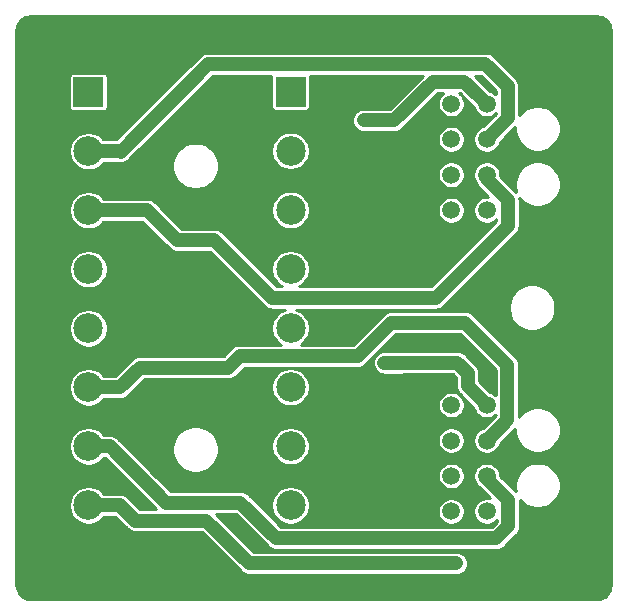
<source format=gbl>
%TF.GenerationSoftware,KiCad,Pcbnew,5.1.5+dfsg1-2build2*%
%TF.CreationDate,2021-01-07T13:00:26+01:00*%
%TF.ProjectId,TopConnectionBoard-ConnectorBoard,546f7043-6f6e-46e6-9563-74696f6e426f,rev?*%
%TF.SameCoordinates,Original*%
%TF.FileFunction,Copper,L2,Bot*%
%TF.FilePolarity,Positive*%
%FSLAX46Y46*%
G04 Gerber Fmt 4.6, Leading zero omitted, Abs format (unit mm)*
G04 Created by KiCad (PCBNEW 5.1.5+dfsg1-2build2) date 2021-01-07 13:00:26*
%MOMM*%
%LPD*%
G04 APERTURE LIST*
%ADD10C,1.500000*%
%ADD11C,2.500000*%
%ADD12R,2.500000X2.500000*%
%ADD13C,0.685800*%
%ADD14C,1.200000*%
%ADD15C,0.254000*%
G04 APERTURE END LIST*
D10*
X153159200Y-92750000D03*
X156159200Y-92750000D03*
X156159200Y-95750000D03*
X153159200Y-95750000D03*
X153159200Y-98750000D03*
X156159200Y-98750000D03*
X153159200Y-101750000D03*
X156159200Y-101750000D03*
X156159200Y-127250000D03*
X153159200Y-127250000D03*
X156159200Y-124250000D03*
X153159200Y-124250000D03*
X153159200Y-121250000D03*
X156159200Y-121250000D03*
X156159200Y-118250000D03*
X153159200Y-118250000D03*
D11*
X122440700Y-126744800D03*
X122440700Y-121744800D03*
X122440700Y-116744800D03*
X122440700Y-111744800D03*
X122440700Y-106744800D03*
X122440700Y-101744800D03*
X122440700Y-96744800D03*
D12*
X122440700Y-91744800D03*
X139547600Y-91732100D03*
D11*
X139547600Y-96732100D03*
X139547600Y-101732100D03*
X139547600Y-106732100D03*
X139547600Y-111732100D03*
X139547600Y-116732100D03*
X139547600Y-121732100D03*
X139547600Y-126732100D03*
D13*
X153593800Y-131648200D03*
X152679400Y-131648200D03*
X151752300Y-131648200D03*
X150977600Y-131648200D03*
X148348700Y-94132400D03*
X147497800Y-94132400D03*
X146659600Y-94132400D03*
X145745200Y-94132400D03*
X148983700Y-114681000D03*
X148209000Y-114681000D03*
X147497800Y-114681000D03*
X149923500Y-114655600D03*
D14*
X136042400Y-131648200D02*
X153593800Y-131648200D01*
X132427099Y-128032899D02*
X136042400Y-131648200D01*
X126421199Y-128032899D02*
X132427099Y-128032899D01*
X125133100Y-126744800D02*
X126421199Y-128032899D01*
X122440700Y-126744800D02*
X125133100Y-126744800D01*
X148348700Y-94132400D02*
X147497800Y-94132400D01*
X147497800Y-94132400D02*
X146659600Y-94132400D01*
X146659600Y-94132400D02*
X145973800Y-94132400D01*
X145745200Y-94132400D02*
X145973800Y-94132400D01*
X155409201Y-92000001D02*
X156159200Y-92750000D01*
X154265000Y-90855800D02*
X155409201Y-92000001D01*
X151625300Y-90855800D02*
X154265000Y-90855800D01*
X148348700Y-94132400D02*
X151625300Y-90855800D01*
X156159200Y-124485400D02*
X156159200Y-124250000D01*
X157988000Y-126314200D02*
X156159200Y-124485400D01*
X138341100Y-129540000D02*
X156972000Y-129540000D01*
X157988000Y-128524000D02*
X157988000Y-126314200D01*
X135301100Y-126500000D02*
X138341100Y-129540000D01*
X156972000Y-129540000D02*
X157988000Y-128524000D01*
X129000000Y-126500000D02*
X135301100Y-126500000D01*
X124242200Y-121742200D02*
X129000000Y-126500000D01*
X124211066Y-121742200D02*
X124242200Y-121742200D01*
X124208466Y-121744800D02*
X124211066Y-121742200D01*
X122440700Y-121744800D02*
X124208466Y-121744800D01*
X126790500Y-115087400D02*
X125133100Y-116744800D01*
X134289800Y-115087400D02*
X126790500Y-115087400D01*
X135267700Y-114109500D02*
X134289800Y-115087400D01*
X125133100Y-116744800D02*
X122440700Y-116744800D01*
X145249900Y-114109500D02*
X135267700Y-114109500D01*
X148069300Y-111290100D02*
X145249900Y-114109500D01*
X154343100Y-111290100D02*
X148069300Y-111290100D01*
X157886400Y-114833400D02*
X154343100Y-111290100D01*
X157886400Y-119522800D02*
X157886400Y-114833400D01*
X156226409Y-121182791D02*
X157886400Y-119522800D01*
X156159200Y-121182791D02*
X156226409Y-121182791D01*
X149009100Y-114655600D02*
X149923500Y-114655600D01*
X148983700Y-114681000D02*
X149009100Y-114655600D01*
X148983700Y-114681000D02*
X148209000Y-114681000D01*
X148209000Y-114681000D02*
X147497800Y-114681000D01*
X147497800Y-114681000D02*
X147497800Y-114681000D01*
X154533600Y-115519200D02*
X154533600Y-116624400D01*
X154533600Y-116624400D02*
X156159200Y-118250000D01*
X153670000Y-114655600D02*
X154533600Y-115519200D01*
X149923500Y-114655600D02*
X153670000Y-114655600D01*
X156159200Y-95750000D02*
X157634300Y-94274900D01*
X156044900Y-89382600D02*
X157937200Y-91274900D01*
X132571500Y-89382600D02*
X156044900Y-89382600D01*
X125171200Y-96782900D02*
X132571500Y-89382600D01*
X125133100Y-96744800D02*
X125171200Y-96782900D01*
X122440700Y-96744800D02*
X125133100Y-96744800D01*
X157937200Y-93972000D02*
X156159200Y-95750000D01*
X157937200Y-91274900D02*
X157937200Y-93972000D01*
X127398800Y-101744800D02*
X125133100Y-101744800D01*
X129946400Y-104292400D02*
X127398800Y-101744800D01*
X133108700Y-104292400D02*
X129946400Y-104292400D01*
X125133100Y-101744800D02*
X122440700Y-101744800D01*
X137998200Y-109181900D02*
X133108700Y-104292400D01*
X151828500Y-109181900D02*
X137998200Y-109181900D01*
X157962600Y-103047800D02*
X151828500Y-109181900D01*
X157962600Y-100907100D02*
X157962600Y-103047800D01*
X156159200Y-99103700D02*
X157962600Y-100907100D01*
D15*
G36*
X165724427Y-85366549D02*
G01*
X165940309Y-85431728D01*
X166139421Y-85537598D01*
X166314171Y-85680121D01*
X166457917Y-85853880D01*
X166565172Y-86052243D01*
X166631855Y-86267661D01*
X166657100Y-86507854D01*
X166657101Y-133483214D01*
X166633450Y-133724430D01*
X166568272Y-133940309D01*
X166462402Y-134139421D01*
X166319877Y-134314174D01*
X166146121Y-134457917D01*
X165947757Y-134565172D01*
X165732339Y-134631855D01*
X165492146Y-134657100D01*
X117516776Y-134657100D01*
X117275570Y-134633450D01*
X117059691Y-134568272D01*
X116860579Y-134462402D01*
X116685826Y-134319877D01*
X116542083Y-134146121D01*
X116434828Y-133947757D01*
X116368145Y-133732339D01*
X116342900Y-133492146D01*
X116342900Y-121584160D01*
X120809700Y-121584160D01*
X120809700Y-121905440D01*
X120872378Y-122220545D01*
X120995326Y-122517368D01*
X121173819Y-122784502D01*
X121400998Y-123011681D01*
X121668132Y-123190174D01*
X121964955Y-123313122D01*
X122280060Y-123375800D01*
X122601340Y-123375800D01*
X122916445Y-123313122D01*
X123213268Y-123190174D01*
X123480402Y-123011681D01*
X123707581Y-122784502D01*
X123746804Y-122725800D01*
X123838457Y-122725800D01*
X128164556Y-127051899D01*
X126827543Y-127051899D01*
X125860850Y-126085207D01*
X125830128Y-126047772D01*
X125680751Y-125925182D01*
X125510329Y-125834089D01*
X125325410Y-125777995D01*
X125181287Y-125763800D01*
X125181286Y-125763800D01*
X125133100Y-125759054D01*
X125084914Y-125763800D01*
X123746804Y-125763800D01*
X123707581Y-125705098D01*
X123480402Y-125477919D01*
X123213268Y-125299426D01*
X122916445Y-125176478D01*
X122601340Y-125113800D01*
X122280060Y-125113800D01*
X121964955Y-125176478D01*
X121668132Y-125299426D01*
X121400998Y-125477919D01*
X121173819Y-125705098D01*
X120995326Y-125972232D01*
X120872378Y-126269055D01*
X120809700Y-126584160D01*
X120809700Y-126905440D01*
X120872378Y-127220545D01*
X120995326Y-127517368D01*
X121173819Y-127784502D01*
X121400998Y-128011681D01*
X121668132Y-128190174D01*
X121964955Y-128313122D01*
X122280060Y-128375800D01*
X122601340Y-128375800D01*
X122916445Y-128313122D01*
X123213268Y-128190174D01*
X123480402Y-128011681D01*
X123707581Y-127784502D01*
X123746804Y-127725800D01*
X124726757Y-127725800D01*
X125693453Y-128692497D01*
X125724171Y-128729927D01*
X125761600Y-128760644D01*
X125873548Y-128852517D01*
X126043970Y-128943610D01*
X126228889Y-128999704D01*
X126421198Y-129018645D01*
X126469385Y-129013899D01*
X132020756Y-129013899D01*
X135314655Y-132307799D01*
X135345372Y-132345228D01*
X135382801Y-132375945D01*
X135494749Y-132467818D01*
X135665171Y-132558911D01*
X135850090Y-132615005D01*
X136042400Y-132633946D01*
X136090586Y-132629200D01*
X153641987Y-132629200D01*
X153786110Y-132615005D01*
X153971029Y-132558911D01*
X154141451Y-132467818D01*
X154290828Y-132345228D01*
X154413418Y-132195851D01*
X154504511Y-132025429D01*
X154560605Y-131840510D01*
X154579546Y-131648200D01*
X154560605Y-131455890D01*
X154504511Y-131270971D01*
X154413418Y-131100549D01*
X154290828Y-130951172D01*
X154141451Y-130828582D01*
X153971029Y-130737489D01*
X153786110Y-130681395D01*
X153641987Y-130667200D01*
X136448744Y-130667200D01*
X133262543Y-127481000D01*
X134894757Y-127481000D01*
X137613350Y-130199593D01*
X137644072Y-130237028D01*
X137793449Y-130359618D01*
X137963871Y-130450711D01*
X138148790Y-130506805D01*
X138341099Y-130525746D01*
X138389286Y-130521000D01*
X156923814Y-130521000D01*
X156972000Y-130525746D01*
X157020186Y-130521000D01*
X157020187Y-130521000D01*
X157164310Y-130506805D01*
X157349229Y-130450711D01*
X157519651Y-130359618D01*
X157669028Y-130237028D01*
X157699750Y-130199593D01*
X158647598Y-129251746D01*
X158685028Y-129221028D01*
X158807618Y-129071651D01*
X158898711Y-128901229D01*
X158954805Y-128716310D01*
X158969000Y-128572187D01*
X158969000Y-128572186D01*
X158973746Y-128524000D01*
X158969000Y-128475814D01*
X158969000Y-126362386D01*
X158973746Y-126314200D01*
X158968945Y-126265450D01*
X158979295Y-126280941D01*
X159248259Y-126549905D01*
X159564529Y-126761230D01*
X159915948Y-126906792D01*
X160289013Y-126981000D01*
X160669387Y-126981000D01*
X161042452Y-126906792D01*
X161393871Y-126761230D01*
X161710141Y-126549905D01*
X161979105Y-126280941D01*
X162190430Y-125964671D01*
X162335992Y-125613252D01*
X162410200Y-125240187D01*
X162410200Y-124859813D01*
X162335992Y-124486748D01*
X162190430Y-124135329D01*
X161979105Y-123819059D01*
X161710141Y-123550095D01*
X161393871Y-123338770D01*
X161042452Y-123193208D01*
X160669387Y-123119000D01*
X160289013Y-123119000D01*
X159915948Y-123193208D01*
X159564529Y-123338770D01*
X159248259Y-123550095D01*
X158979295Y-123819059D01*
X158767970Y-124135329D01*
X158622408Y-124486748D01*
X158548200Y-124859813D01*
X158548200Y-125240187D01*
X158609499Y-125548355D01*
X157290200Y-124229057D01*
X157290200Y-124138606D01*
X157246736Y-123920100D01*
X157161479Y-123714271D01*
X157037705Y-123529030D01*
X156880170Y-123371495D01*
X156694929Y-123247721D01*
X156489100Y-123162464D01*
X156270594Y-123119000D01*
X156047806Y-123119000D01*
X155829300Y-123162464D01*
X155623471Y-123247721D01*
X155438230Y-123371495D01*
X155280695Y-123529030D01*
X155156921Y-123714271D01*
X155071664Y-123920100D01*
X155028200Y-124138606D01*
X155028200Y-124361394D01*
X155071664Y-124579900D01*
X155156921Y-124785729D01*
X155280695Y-124970970D01*
X155335914Y-125026189D01*
X155339582Y-125033051D01*
X155462172Y-125182428D01*
X155499607Y-125213150D01*
X156438944Y-126152487D01*
X156270594Y-126119000D01*
X156047806Y-126119000D01*
X155829300Y-126162464D01*
X155623471Y-126247721D01*
X155438230Y-126371495D01*
X155280695Y-126529030D01*
X155156921Y-126714271D01*
X155071664Y-126920100D01*
X155028200Y-127138606D01*
X155028200Y-127361394D01*
X155071664Y-127579900D01*
X155156921Y-127785729D01*
X155280695Y-127970970D01*
X155438230Y-128128505D01*
X155623471Y-128252279D01*
X155829300Y-128337536D01*
X156047806Y-128381000D01*
X156270594Y-128381000D01*
X156489100Y-128337536D01*
X156694929Y-128252279D01*
X156880170Y-128128505D01*
X157007000Y-128001675D01*
X157007000Y-128117656D01*
X156565657Y-128559000D01*
X138747443Y-128559000D01*
X136759903Y-126571460D01*
X137916600Y-126571460D01*
X137916600Y-126892740D01*
X137979278Y-127207845D01*
X138102226Y-127504668D01*
X138280719Y-127771802D01*
X138507898Y-127998981D01*
X138775032Y-128177474D01*
X139071855Y-128300422D01*
X139386960Y-128363100D01*
X139708240Y-128363100D01*
X140023345Y-128300422D01*
X140320168Y-128177474D01*
X140587302Y-127998981D01*
X140814481Y-127771802D01*
X140992974Y-127504668D01*
X141115922Y-127207845D01*
X141129694Y-127138606D01*
X152028200Y-127138606D01*
X152028200Y-127361394D01*
X152071664Y-127579900D01*
X152156921Y-127785729D01*
X152280695Y-127970970D01*
X152438230Y-128128505D01*
X152623471Y-128252279D01*
X152829300Y-128337536D01*
X153047806Y-128381000D01*
X153270594Y-128381000D01*
X153489100Y-128337536D01*
X153694929Y-128252279D01*
X153880170Y-128128505D01*
X154037705Y-127970970D01*
X154161479Y-127785729D01*
X154246736Y-127579900D01*
X154290200Y-127361394D01*
X154290200Y-127138606D01*
X154246736Y-126920100D01*
X154161479Y-126714271D01*
X154037705Y-126529030D01*
X153880170Y-126371495D01*
X153694929Y-126247721D01*
X153489100Y-126162464D01*
X153270594Y-126119000D01*
X153047806Y-126119000D01*
X152829300Y-126162464D01*
X152623471Y-126247721D01*
X152438230Y-126371495D01*
X152280695Y-126529030D01*
X152156921Y-126714271D01*
X152071664Y-126920100D01*
X152028200Y-127138606D01*
X141129694Y-127138606D01*
X141178600Y-126892740D01*
X141178600Y-126571460D01*
X141115922Y-126256355D01*
X140992974Y-125959532D01*
X140814481Y-125692398D01*
X140587302Y-125465219D01*
X140320168Y-125286726D01*
X140023345Y-125163778D01*
X139708240Y-125101100D01*
X139386960Y-125101100D01*
X139071855Y-125163778D01*
X138775032Y-125286726D01*
X138507898Y-125465219D01*
X138280719Y-125692398D01*
X138102226Y-125959532D01*
X137979278Y-126256355D01*
X137916600Y-126571460D01*
X136759903Y-126571460D01*
X136028850Y-125840407D01*
X135998128Y-125802972D01*
X135848751Y-125680382D01*
X135678329Y-125589289D01*
X135493410Y-125533195D01*
X135349287Y-125519000D01*
X135349286Y-125519000D01*
X135301100Y-125514254D01*
X135252914Y-125519000D01*
X129406343Y-125519000D01*
X128025949Y-124138606D01*
X152028200Y-124138606D01*
X152028200Y-124361394D01*
X152071664Y-124579900D01*
X152156921Y-124785729D01*
X152280695Y-124970970D01*
X152438230Y-125128505D01*
X152623471Y-125252279D01*
X152829300Y-125337536D01*
X153047806Y-125381000D01*
X153270594Y-125381000D01*
X153489100Y-125337536D01*
X153694929Y-125252279D01*
X153880170Y-125128505D01*
X154037705Y-124970970D01*
X154161479Y-124785729D01*
X154246736Y-124579900D01*
X154290200Y-124361394D01*
X154290200Y-124138606D01*
X154246736Y-123920100D01*
X154161479Y-123714271D01*
X154037705Y-123529030D01*
X153880170Y-123371495D01*
X153694929Y-123247721D01*
X153489100Y-123162464D01*
X153270594Y-123119000D01*
X153047806Y-123119000D01*
X152829300Y-123162464D01*
X152623471Y-123247721D01*
X152438230Y-123371495D01*
X152280695Y-123529030D01*
X152156921Y-123714271D01*
X152071664Y-123920100D01*
X152028200Y-124138606D01*
X128025949Y-124138606D01*
X125692232Y-121804889D01*
X129519000Y-121804889D01*
X129519000Y-122195111D01*
X129595129Y-122577836D01*
X129744461Y-122938355D01*
X129961257Y-123262814D01*
X130237186Y-123538743D01*
X130561645Y-123755539D01*
X130922164Y-123904871D01*
X131304889Y-123981000D01*
X131695111Y-123981000D01*
X132077836Y-123904871D01*
X132438355Y-123755539D01*
X132762814Y-123538743D01*
X133038743Y-123262814D01*
X133255539Y-122938355D01*
X133404871Y-122577836D01*
X133481000Y-122195111D01*
X133481000Y-121804889D01*
X133434568Y-121571460D01*
X137916600Y-121571460D01*
X137916600Y-121892740D01*
X137979278Y-122207845D01*
X138102226Y-122504668D01*
X138280719Y-122771802D01*
X138507898Y-122998981D01*
X138775032Y-123177474D01*
X139071855Y-123300422D01*
X139386960Y-123363100D01*
X139708240Y-123363100D01*
X140023345Y-123300422D01*
X140320168Y-123177474D01*
X140587302Y-122998981D01*
X140814481Y-122771802D01*
X140992974Y-122504668D01*
X141115922Y-122207845D01*
X141178600Y-121892740D01*
X141178600Y-121571460D01*
X141115922Y-121256355D01*
X141067149Y-121138606D01*
X152028200Y-121138606D01*
X152028200Y-121361394D01*
X152071664Y-121579900D01*
X152156921Y-121785729D01*
X152280695Y-121970970D01*
X152438230Y-122128505D01*
X152623471Y-122252279D01*
X152829300Y-122337536D01*
X153047806Y-122381000D01*
X153270594Y-122381000D01*
X153489100Y-122337536D01*
X153694929Y-122252279D01*
X153880170Y-122128505D01*
X154037705Y-121970970D01*
X154161479Y-121785729D01*
X154246736Y-121579900D01*
X154290200Y-121361394D01*
X154290200Y-121138606D01*
X154246736Y-120920100D01*
X154161479Y-120714271D01*
X154037705Y-120529030D01*
X153880170Y-120371495D01*
X153694929Y-120247721D01*
X153489100Y-120162464D01*
X153270594Y-120119000D01*
X153047806Y-120119000D01*
X152829300Y-120162464D01*
X152623471Y-120247721D01*
X152438230Y-120371495D01*
X152280695Y-120529030D01*
X152156921Y-120714271D01*
X152071664Y-120920100D01*
X152028200Y-121138606D01*
X141067149Y-121138606D01*
X140992974Y-120959532D01*
X140814481Y-120692398D01*
X140587302Y-120465219D01*
X140320168Y-120286726D01*
X140023345Y-120163778D01*
X139708240Y-120101100D01*
X139386960Y-120101100D01*
X139071855Y-120163778D01*
X138775032Y-120286726D01*
X138507898Y-120465219D01*
X138280719Y-120692398D01*
X138102226Y-120959532D01*
X137979278Y-121256355D01*
X137916600Y-121571460D01*
X133434568Y-121571460D01*
X133404871Y-121422164D01*
X133255539Y-121061645D01*
X133038743Y-120737186D01*
X132762814Y-120461257D01*
X132438355Y-120244461D01*
X132077836Y-120095129D01*
X131695111Y-120019000D01*
X131304889Y-120019000D01*
X130922164Y-120095129D01*
X130561645Y-120244461D01*
X130237186Y-120461257D01*
X129961257Y-120737186D01*
X129744461Y-121061645D01*
X129595129Y-121422164D01*
X129519000Y-121804889D01*
X125692232Y-121804889D01*
X124969950Y-121082607D01*
X124939228Y-121045172D01*
X124789851Y-120922582D01*
X124619429Y-120831489D01*
X124434510Y-120775395D01*
X124290387Y-120761200D01*
X124290386Y-120761200D01*
X124242200Y-120756454D01*
X124226633Y-120757987D01*
X124211066Y-120756454D01*
X124162880Y-120761200D01*
X124162879Y-120761200D01*
X124136481Y-120763800D01*
X123746804Y-120763800D01*
X123707581Y-120705098D01*
X123480402Y-120477919D01*
X123213268Y-120299426D01*
X122916445Y-120176478D01*
X122601340Y-120113800D01*
X122280060Y-120113800D01*
X121964955Y-120176478D01*
X121668132Y-120299426D01*
X121400998Y-120477919D01*
X121173819Y-120705098D01*
X120995326Y-120972232D01*
X120872378Y-121269055D01*
X120809700Y-121584160D01*
X116342900Y-121584160D01*
X116342900Y-111584160D01*
X120809700Y-111584160D01*
X120809700Y-111905440D01*
X120872378Y-112220545D01*
X120995326Y-112517368D01*
X121173819Y-112784502D01*
X121400998Y-113011681D01*
X121668132Y-113190174D01*
X121964955Y-113313122D01*
X122280060Y-113375800D01*
X122601340Y-113375800D01*
X122916445Y-113313122D01*
X123213268Y-113190174D01*
X123480402Y-113011681D01*
X123707581Y-112784502D01*
X123886074Y-112517368D01*
X124009022Y-112220545D01*
X124071700Y-111905440D01*
X124071700Y-111584160D01*
X124009022Y-111269055D01*
X123886074Y-110972232D01*
X123707581Y-110705098D01*
X123480402Y-110477919D01*
X123213268Y-110299426D01*
X122916445Y-110176478D01*
X122601340Y-110113800D01*
X122280060Y-110113800D01*
X121964955Y-110176478D01*
X121668132Y-110299426D01*
X121400998Y-110477919D01*
X121173819Y-110705098D01*
X120995326Y-110972232D01*
X120872378Y-111269055D01*
X120809700Y-111584160D01*
X116342900Y-111584160D01*
X116342900Y-106584160D01*
X120809700Y-106584160D01*
X120809700Y-106905440D01*
X120872378Y-107220545D01*
X120995326Y-107517368D01*
X121173819Y-107784502D01*
X121400998Y-108011681D01*
X121668132Y-108190174D01*
X121964955Y-108313122D01*
X122280060Y-108375800D01*
X122601340Y-108375800D01*
X122916445Y-108313122D01*
X123213268Y-108190174D01*
X123480402Y-108011681D01*
X123707581Y-107784502D01*
X123886074Y-107517368D01*
X124009022Y-107220545D01*
X124071700Y-106905440D01*
X124071700Y-106584160D01*
X124009022Y-106269055D01*
X123886074Y-105972232D01*
X123707581Y-105705098D01*
X123480402Y-105477919D01*
X123213268Y-105299426D01*
X122916445Y-105176478D01*
X122601340Y-105113800D01*
X122280060Y-105113800D01*
X121964955Y-105176478D01*
X121668132Y-105299426D01*
X121400998Y-105477919D01*
X121173819Y-105705098D01*
X120995326Y-105972232D01*
X120872378Y-106269055D01*
X120809700Y-106584160D01*
X116342900Y-106584160D01*
X116342900Y-101584160D01*
X120809700Y-101584160D01*
X120809700Y-101905440D01*
X120872378Y-102220545D01*
X120995326Y-102517368D01*
X121173819Y-102784502D01*
X121400998Y-103011681D01*
X121668132Y-103190174D01*
X121964955Y-103313122D01*
X122280060Y-103375800D01*
X122601340Y-103375800D01*
X122916445Y-103313122D01*
X123213268Y-103190174D01*
X123480402Y-103011681D01*
X123707581Y-102784502D01*
X123746804Y-102725800D01*
X126992457Y-102725800D01*
X129218650Y-104951993D01*
X129249372Y-104989428D01*
X129398749Y-105112018D01*
X129569171Y-105203111D01*
X129754090Y-105259205D01*
X129898213Y-105273400D01*
X129898215Y-105273400D01*
X129946399Y-105278146D01*
X129994583Y-105273400D01*
X132702357Y-105273400D01*
X137270450Y-109841493D01*
X137301172Y-109878928D01*
X137450549Y-110001518D01*
X137620971Y-110092611D01*
X137805890Y-110148705D01*
X137998199Y-110167646D01*
X138046386Y-110162900D01*
X139076269Y-110162900D01*
X139071855Y-110163778D01*
X138775032Y-110286726D01*
X138507898Y-110465219D01*
X138280719Y-110692398D01*
X138102226Y-110959532D01*
X137979278Y-111256355D01*
X137916600Y-111571460D01*
X137916600Y-111892740D01*
X137979278Y-112207845D01*
X138102226Y-112504668D01*
X138280719Y-112771802D01*
X138507898Y-112998981D01*
X138701737Y-113128500D01*
X135315883Y-113128500D01*
X135267699Y-113123754D01*
X135219515Y-113128500D01*
X135219513Y-113128500D01*
X135075390Y-113142695D01*
X134890471Y-113198789D01*
X134720049Y-113289882D01*
X134570672Y-113412472D01*
X134539950Y-113449907D01*
X133883457Y-114106400D01*
X126838687Y-114106400D01*
X126790500Y-114101654D01*
X126742313Y-114106400D01*
X126598190Y-114120595D01*
X126413271Y-114176689D01*
X126242849Y-114267782D01*
X126093472Y-114390372D01*
X126062755Y-114427802D01*
X124726757Y-115763800D01*
X123746804Y-115763800D01*
X123707581Y-115705098D01*
X123480402Y-115477919D01*
X123213268Y-115299426D01*
X122916445Y-115176478D01*
X122601340Y-115113800D01*
X122280060Y-115113800D01*
X121964955Y-115176478D01*
X121668132Y-115299426D01*
X121400998Y-115477919D01*
X121173819Y-115705098D01*
X120995326Y-115972232D01*
X120872378Y-116269055D01*
X120809700Y-116584160D01*
X120809700Y-116905440D01*
X120872378Y-117220545D01*
X120995326Y-117517368D01*
X121173819Y-117784502D01*
X121400998Y-118011681D01*
X121668132Y-118190174D01*
X121964955Y-118313122D01*
X122280060Y-118375800D01*
X122601340Y-118375800D01*
X122916445Y-118313122D01*
X123213268Y-118190174D01*
X123480402Y-118011681D01*
X123707581Y-117784502D01*
X123746804Y-117725800D01*
X125084914Y-117725800D01*
X125133100Y-117730546D01*
X125181286Y-117725800D01*
X125181287Y-117725800D01*
X125325410Y-117711605D01*
X125510329Y-117655511D01*
X125680751Y-117564418D01*
X125830128Y-117441828D01*
X125860850Y-117404393D01*
X126693783Y-116571460D01*
X137916600Y-116571460D01*
X137916600Y-116892740D01*
X137979278Y-117207845D01*
X138102226Y-117504668D01*
X138280719Y-117771802D01*
X138507898Y-117998981D01*
X138775032Y-118177474D01*
X139071855Y-118300422D01*
X139386960Y-118363100D01*
X139708240Y-118363100D01*
X140023345Y-118300422D01*
X140320168Y-118177474D01*
X140378338Y-118138606D01*
X152028200Y-118138606D01*
X152028200Y-118361394D01*
X152071664Y-118579900D01*
X152156921Y-118785729D01*
X152280695Y-118970970D01*
X152438230Y-119128505D01*
X152623471Y-119252279D01*
X152829300Y-119337536D01*
X153047806Y-119381000D01*
X153270594Y-119381000D01*
X153489100Y-119337536D01*
X153694929Y-119252279D01*
X153880170Y-119128505D01*
X154037705Y-118970970D01*
X154161479Y-118785729D01*
X154246736Y-118579900D01*
X154290200Y-118361394D01*
X154290200Y-118138606D01*
X154246736Y-117920100D01*
X154161479Y-117714271D01*
X154037705Y-117529030D01*
X153880170Y-117371495D01*
X153694929Y-117247721D01*
X153489100Y-117162464D01*
X153270594Y-117119000D01*
X153047806Y-117119000D01*
X152829300Y-117162464D01*
X152623471Y-117247721D01*
X152438230Y-117371495D01*
X152280695Y-117529030D01*
X152156921Y-117714271D01*
X152071664Y-117920100D01*
X152028200Y-118138606D01*
X140378338Y-118138606D01*
X140587302Y-117998981D01*
X140814481Y-117771802D01*
X140992974Y-117504668D01*
X141115922Y-117207845D01*
X141178600Y-116892740D01*
X141178600Y-116571460D01*
X141115922Y-116256355D01*
X140992974Y-115959532D01*
X140814481Y-115692398D01*
X140587302Y-115465219D01*
X140320168Y-115286726D01*
X140023345Y-115163778D01*
X139708240Y-115101100D01*
X139386960Y-115101100D01*
X139071855Y-115163778D01*
X138775032Y-115286726D01*
X138507898Y-115465219D01*
X138280719Y-115692398D01*
X138102226Y-115959532D01*
X137979278Y-116256355D01*
X137916600Y-116571460D01*
X126693783Y-116571460D01*
X127196844Y-116068400D01*
X134241614Y-116068400D01*
X134289800Y-116073146D01*
X134337986Y-116068400D01*
X134337987Y-116068400D01*
X134482110Y-116054205D01*
X134667029Y-115998111D01*
X134837451Y-115907018D01*
X134986828Y-115784428D01*
X135017550Y-115746993D01*
X135674043Y-115090500D01*
X145201714Y-115090500D01*
X145249900Y-115095246D01*
X145298086Y-115090500D01*
X145298087Y-115090500D01*
X145442210Y-115076305D01*
X145627129Y-115020211D01*
X145797551Y-114929118D01*
X145946928Y-114806528D01*
X145977650Y-114769093D01*
X148475644Y-112271100D01*
X153936757Y-112271100D01*
X156905401Y-115239745D01*
X156905400Y-117396725D01*
X156880170Y-117371495D01*
X156694929Y-117247721D01*
X156489100Y-117162464D01*
X156451536Y-117154992D01*
X155514600Y-116218057D01*
X155514600Y-115567386D01*
X155519346Y-115519200D01*
X155500405Y-115326890D01*
X155444311Y-115141971D01*
X155353218Y-114971549D01*
X155261345Y-114859601D01*
X155230628Y-114822172D01*
X155193198Y-114791454D01*
X154397750Y-113996006D01*
X154367028Y-113958572D01*
X154217651Y-113835982D01*
X154047229Y-113744889D01*
X153862310Y-113688795D01*
X153718187Y-113674600D01*
X153718186Y-113674600D01*
X153670000Y-113669854D01*
X153621814Y-113674600D01*
X149057286Y-113674600D01*
X149009099Y-113669854D01*
X148960913Y-113674600D01*
X148816790Y-113688795D01*
X148779852Y-113700000D01*
X147449613Y-113700000D01*
X147305490Y-113714195D01*
X147120571Y-113770289D01*
X146950149Y-113861382D01*
X146800772Y-113983972D01*
X146678182Y-114133349D01*
X146587089Y-114303771D01*
X146530995Y-114488690D01*
X146512054Y-114681000D01*
X146530995Y-114873310D01*
X146587089Y-115058229D01*
X146678182Y-115228651D01*
X146800772Y-115378028D01*
X146950149Y-115500618D01*
X147120571Y-115591711D01*
X147305490Y-115647805D01*
X147449613Y-115662000D01*
X148935514Y-115662000D01*
X148983700Y-115666746D01*
X149031886Y-115662000D01*
X149031887Y-115662000D01*
X149176010Y-115647805D01*
X149212948Y-115636600D01*
X153263657Y-115636600D01*
X153552600Y-115925544D01*
X153552601Y-116576204D01*
X153547854Y-116624400D01*
X153566795Y-116816709D01*
X153622889Y-117001628D01*
X153713982Y-117172050D01*
X153713983Y-117172051D01*
X153836573Y-117321428D01*
X153874002Y-117352145D01*
X155064192Y-118542336D01*
X155071664Y-118579900D01*
X155156921Y-118785729D01*
X155280695Y-118970970D01*
X155438230Y-119128505D01*
X155623471Y-119252279D01*
X155829300Y-119337536D01*
X156047806Y-119381000D01*
X156270594Y-119381000D01*
X156489100Y-119337536D01*
X156694929Y-119252279D01*
X156880170Y-119128505D01*
X156905400Y-119103275D01*
X156905400Y-119116456D01*
X155866865Y-120154992D01*
X155829300Y-120162464D01*
X155623471Y-120247721D01*
X155438230Y-120371495D01*
X155280695Y-120529030D01*
X155156921Y-120714271D01*
X155071664Y-120920100D01*
X155028200Y-121138606D01*
X155028200Y-121361394D01*
X155071664Y-121579900D01*
X155156921Y-121785729D01*
X155280695Y-121970970D01*
X155438230Y-122128505D01*
X155623471Y-122252279D01*
X155829300Y-122337536D01*
X156047806Y-122381000D01*
X156270594Y-122381000D01*
X156489100Y-122337536D01*
X156694929Y-122252279D01*
X156880170Y-122128505D01*
X157037705Y-121970970D01*
X157161479Y-121785729D01*
X157246736Y-121579900D01*
X157254208Y-121542335D01*
X158545998Y-120250545D01*
X158548200Y-120248739D01*
X158548200Y-120540187D01*
X158622408Y-120913252D01*
X158767970Y-121264671D01*
X158979295Y-121580941D01*
X159248259Y-121849905D01*
X159564529Y-122061230D01*
X159915948Y-122206792D01*
X160289013Y-122281000D01*
X160669387Y-122281000D01*
X161042452Y-122206792D01*
X161393871Y-122061230D01*
X161710141Y-121849905D01*
X161979105Y-121580941D01*
X162190430Y-121264671D01*
X162335992Y-120913252D01*
X162410200Y-120540187D01*
X162410200Y-120159813D01*
X162335992Y-119786748D01*
X162190430Y-119435329D01*
X161979105Y-119119059D01*
X161710141Y-118850095D01*
X161393871Y-118638770D01*
X161042452Y-118493208D01*
X160669387Y-118419000D01*
X160289013Y-118419000D01*
X159915948Y-118493208D01*
X159564529Y-118638770D01*
X159248259Y-118850095D01*
X158979295Y-119119059D01*
X158867400Y-119286522D01*
X158867400Y-114881586D01*
X158872146Y-114833400D01*
X158853205Y-114641090D01*
X158797111Y-114456171D01*
X158706018Y-114285749D01*
X158614145Y-114173801D01*
X158583428Y-114136372D01*
X158545999Y-114105655D01*
X155070850Y-110630507D01*
X155040128Y-110593072D01*
X154890751Y-110470482D01*
X154720329Y-110379389D01*
X154535410Y-110323295D01*
X154391287Y-110309100D01*
X154391286Y-110309100D01*
X154343100Y-110304354D01*
X154294914Y-110309100D01*
X148117486Y-110309100D01*
X148069300Y-110304354D01*
X148021113Y-110309100D01*
X147876990Y-110323295D01*
X147692071Y-110379389D01*
X147521649Y-110470482D01*
X147372272Y-110593072D01*
X147341555Y-110630501D01*
X144843557Y-113128500D01*
X140393463Y-113128500D01*
X140587302Y-112998981D01*
X140814481Y-112771802D01*
X140992974Y-112504668D01*
X141115922Y-112207845D01*
X141178600Y-111892740D01*
X141178600Y-111571460D01*
X141115922Y-111256355D01*
X140992974Y-110959532D01*
X140814481Y-110692398D01*
X140587302Y-110465219D01*
X140320168Y-110286726D01*
X140023345Y-110163778D01*
X140018931Y-110162900D01*
X151780314Y-110162900D01*
X151828500Y-110167646D01*
X151876686Y-110162900D01*
X151876687Y-110162900D01*
X152020810Y-110148705D01*
X152205729Y-110092611D01*
X152376151Y-110001518D01*
X152525528Y-109878928D01*
X152556250Y-109841493D01*
X152592854Y-109804889D01*
X158019000Y-109804889D01*
X158019000Y-110195111D01*
X158095129Y-110577836D01*
X158244461Y-110938355D01*
X158461257Y-111262814D01*
X158737186Y-111538743D01*
X159061645Y-111755539D01*
X159422164Y-111904871D01*
X159804889Y-111981000D01*
X160195111Y-111981000D01*
X160577836Y-111904871D01*
X160938355Y-111755539D01*
X161262814Y-111538743D01*
X161538743Y-111262814D01*
X161755539Y-110938355D01*
X161904871Y-110577836D01*
X161981000Y-110195111D01*
X161981000Y-109804889D01*
X161904871Y-109422164D01*
X161755539Y-109061645D01*
X161538743Y-108737186D01*
X161262814Y-108461257D01*
X160938355Y-108244461D01*
X160577836Y-108095129D01*
X160195111Y-108019000D01*
X159804889Y-108019000D01*
X159422164Y-108095129D01*
X159061645Y-108244461D01*
X158737186Y-108461257D01*
X158461257Y-108737186D01*
X158244461Y-109061645D01*
X158095129Y-109422164D01*
X158019000Y-109804889D01*
X152592854Y-109804889D01*
X158622193Y-103775550D01*
X158659628Y-103744828D01*
X158782218Y-103595451D01*
X158873311Y-103425029D01*
X158929405Y-103240110D01*
X158943600Y-103095987D01*
X158943600Y-103095985D01*
X158948346Y-103047801D01*
X158943600Y-102999617D01*
X158943600Y-100955286D01*
X158948346Y-100907100D01*
X158929405Y-100714790D01*
X158924675Y-100699196D01*
X158979295Y-100780941D01*
X159248259Y-101049905D01*
X159564529Y-101261230D01*
X159915948Y-101406792D01*
X160289013Y-101481000D01*
X160669387Y-101481000D01*
X161042452Y-101406792D01*
X161393871Y-101261230D01*
X161710141Y-101049905D01*
X161979105Y-100780941D01*
X162190430Y-100464671D01*
X162335992Y-100113252D01*
X162410200Y-99740187D01*
X162410200Y-99359813D01*
X162335992Y-98986748D01*
X162190430Y-98635329D01*
X161979105Y-98319059D01*
X161710141Y-98050095D01*
X161393871Y-97838770D01*
X161042452Y-97693208D01*
X160669387Y-97619000D01*
X160289013Y-97619000D01*
X159915948Y-97693208D01*
X159564529Y-97838770D01*
X159248259Y-98050095D01*
X158979295Y-98319059D01*
X158767970Y-98635329D01*
X158622408Y-98986748D01*
X158548200Y-99359813D01*
X158548200Y-99740187D01*
X158622408Y-100113252D01*
X158665451Y-100217167D01*
X158659628Y-100210072D01*
X158622199Y-100179355D01*
X157290200Y-98847357D01*
X157290200Y-98638606D01*
X157246736Y-98420100D01*
X157161479Y-98214271D01*
X157037705Y-98029030D01*
X156880170Y-97871495D01*
X156694929Y-97747721D01*
X156489100Y-97662464D01*
X156270594Y-97619000D01*
X156047806Y-97619000D01*
X155829300Y-97662464D01*
X155623471Y-97747721D01*
X155438230Y-97871495D01*
X155280695Y-98029030D01*
X155156921Y-98214271D01*
X155071664Y-98420100D01*
X155028200Y-98638606D01*
X155028200Y-98861394D01*
X155071664Y-99079900D01*
X155156921Y-99285729D01*
X155216179Y-99374415D01*
X155248489Y-99480928D01*
X155339582Y-99651350D01*
X155431455Y-99763298D01*
X156291269Y-100623113D01*
X156270594Y-100619000D01*
X156047806Y-100619000D01*
X155829300Y-100662464D01*
X155623471Y-100747721D01*
X155438230Y-100871495D01*
X155280695Y-101029030D01*
X155156921Y-101214271D01*
X155071664Y-101420100D01*
X155028200Y-101638606D01*
X155028200Y-101861394D01*
X155071664Y-102079900D01*
X155156921Y-102285729D01*
X155280695Y-102470970D01*
X155438230Y-102628505D01*
X155623471Y-102752279D01*
X155829300Y-102837536D01*
X156047806Y-102881000D01*
X156270594Y-102881000D01*
X156489100Y-102837536D01*
X156694929Y-102752279D01*
X156880170Y-102628505D01*
X156981601Y-102527074D01*
X156981601Y-102641456D01*
X151422157Y-108200900D01*
X140263613Y-108200900D01*
X140320168Y-108177474D01*
X140587302Y-107998981D01*
X140814481Y-107771802D01*
X140992974Y-107504668D01*
X141115922Y-107207845D01*
X141178600Y-106892740D01*
X141178600Y-106571460D01*
X141115922Y-106256355D01*
X140992974Y-105959532D01*
X140814481Y-105692398D01*
X140587302Y-105465219D01*
X140320168Y-105286726D01*
X140023345Y-105163778D01*
X139708240Y-105101100D01*
X139386960Y-105101100D01*
X139071855Y-105163778D01*
X138775032Y-105286726D01*
X138507898Y-105465219D01*
X138280719Y-105692398D01*
X138102226Y-105959532D01*
X137979278Y-106256355D01*
X137916600Y-106571460D01*
X137916600Y-106892740D01*
X137979278Y-107207845D01*
X138102226Y-107504668D01*
X138280719Y-107771802D01*
X138507898Y-107998981D01*
X138775032Y-108177474D01*
X138831587Y-108200900D01*
X138404543Y-108200900D01*
X133836450Y-103632807D01*
X133805728Y-103595372D01*
X133656351Y-103472782D01*
X133485929Y-103381689D01*
X133301010Y-103325595D01*
X133156887Y-103311400D01*
X133156886Y-103311400D01*
X133108700Y-103306654D01*
X133060514Y-103311400D01*
X130352743Y-103311400D01*
X128612803Y-101571460D01*
X137916600Y-101571460D01*
X137916600Y-101892740D01*
X137979278Y-102207845D01*
X138102226Y-102504668D01*
X138280719Y-102771802D01*
X138507898Y-102998981D01*
X138775032Y-103177474D01*
X139071855Y-103300422D01*
X139386960Y-103363100D01*
X139708240Y-103363100D01*
X140023345Y-103300422D01*
X140320168Y-103177474D01*
X140587302Y-102998981D01*
X140814481Y-102771802D01*
X140992974Y-102504668D01*
X141115922Y-102207845D01*
X141178600Y-101892740D01*
X141178600Y-101638606D01*
X152028200Y-101638606D01*
X152028200Y-101861394D01*
X152071664Y-102079900D01*
X152156921Y-102285729D01*
X152280695Y-102470970D01*
X152438230Y-102628505D01*
X152623471Y-102752279D01*
X152829300Y-102837536D01*
X153047806Y-102881000D01*
X153270594Y-102881000D01*
X153489100Y-102837536D01*
X153694929Y-102752279D01*
X153880170Y-102628505D01*
X154037705Y-102470970D01*
X154161479Y-102285729D01*
X154246736Y-102079900D01*
X154290200Y-101861394D01*
X154290200Y-101638606D01*
X154246736Y-101420100D01*
X154161479Y-101214271D01*
X154037705Y-101029030D01*
X153880170Y-100871495D01*
X153694929Y-100747721D01*
X153489100Y-100662464D01*
X153270594Y-100619000D01*
X153047806Y-100619000D01*
X152829300Y-100662464D01*
X152623471Y-100747721D01*
X152438230Y-100871495D01*
X152280695Y-101029030D01*
X152156921Y-101214271D01*
X152071664Y-101420100D01*
X152028200Y-101638606D01*
X141178600Y-101638606D01*
X141178600Y-101571460D01*
X141115922Y-101256355D01*
X140992974Y-100959532D01*
X140814481Y-100692398D01*
X140587302Y-100465219D01*
X140320168Y-100286726D01*
X140023345Y-100163778D01*
X139708240Y-100101100D01*
X139386960Y-100101100D01*
X139071855Y-100163778D01*
X138775032Y-100286726D01*
X138507898Y-100465219D01*
X138280719Y-100692398D01*
X138102226Y-100959532D01*
X137979278Y-101256355D01*
X137916600Y-101571460D01*
X128612803Y-101571460D01*
X128126550Y-101085207D01*
X128095828Y-101047772D01*
X127946451Y-100925182D01*
X127776029Y-100834089D01*
X127591110Y-100777995D01*
X127446987Y-100763800D01*
X127446986Y-100763800D01*
X127398800Y-100759054D01*
X127350614Y-100763800D01*
X123746804Y-100763800D01*
X123707581Y-100705098D01*
X123480402Y-100477919D01*
X123213268Y-100299426D01*
X122916445Y-100176478D01*
X122601340Y-100113800D01*
X122280060Y-100113800D01*
X121964955Y-100176478D01*
X121668132Y-100299426D01*
X121400998Y-100477919D01*
X121173819Y-100705098D01*
X120995326Y-100972232D01*
X120872378Y-101269055D01*
X120809700Y-101584160D01*
X116342900Y-101584160D01*
X116342900Y-96584160D01*
X120809700Y-96584160D01*
X120809700Y-96905440D01*
X120872378Y-97220545D01*
X120995326Y-97517368D01*
X121173819Y-97784502D01*
X121400998Y-98011681D01*
X121668132Y-98190174D01*
X121964955Y-98313122D01*
X122280060Y-98375800D01*
X122601340Y-98375800D01*
X122916445Y-98313122D01*
X123213268Y-98190174D01*
X123480402Y-98011681D01*
X123687194Y-97804889D01*
X129519000Y-97804889D01*
X129519000Y-98195111D01*
X129595129Y-98577836D01*
X129744461Y-98938355D01*
X129961257Y-99262814D01*
X130237186Y-99538743D01*
X130561645Y-99755539D01*
X130922164Y-99904871D01*
X131304889Y-99981000D01*
X131695111Y-99981000D01*
X132077836Y-99904871D01*
X132438355Y-99755539D01*
X132762814Y-99538743D01*
X133038743Y-99262814D01*
X133255539Y-98938355D01*
X133379699Y-98638606D01*
X152028200Y-98638606D01*
X152028200Y-98861394D01*
X152071664Y-99079900D01*
X152156921Y-99285729D01*
X152280695Y-99470970D01*
X152438230Y-99628505D01*
X152623471Y-99752279D01*
X152829300Y-99837536D01*
X153047806Y-99881000D01*
X153270594Y-99881000D01*
X153489100Y-99837536D01*
X153694929Y-99752279D01*
X153880170Y-99628505D01*
X154037705Y-99470970D01*
X154161479Y-99285729D01*
X154246736Y-99079900D01*
X154290200Y-98861394D01*
X154290200Y-98638606D01*
X154246736Y-98420100D01*
X154161479Y-98214271D01*
X154037705Y-98029030D01*
X153880170Y-97871495D01*
X153694929Y-97747721D01*
X153489100Y-97662464D01*
X153270594Y-97619000D01*
X153047806Y-97619000D01*
X152829300Y-97662464D01*
X152623471Y-97747721D01*
X152438230Y-97871495D01*
X152280695Y-98029030D01*
X152156921Y-98214271D01*
X152071664Y-98420100D01*
X152028200Y-98638606D01*
X133379699Y-98638606D01*
X133404871Y-98577836D01*
X133481000Y-98195111D01*
X133481000Y-97804889D01*
X133404871Y-97422164D01*
X133255539Y-97061645D01*
X133038743Y-96737186D01*
X132873017Y-96571460D01*
X137916600Y-96571460D01*
X137916600Y-96892740D01*
X137979278Y-97207845D01*
X138102226Y-97504668D01*
X138280719Y-97771802D01*
X138507898Y-97998981D01*
X138775032Y-98177474D01*
X139071855Y-98300422D01*
X139386960Y-98363100D01*
X139708240Y-98363100D01*
X140023345Y-98300422D01*
X140320168Y-98177474D01*
X140587302Y-97998981D01*
X140814481Y-97771802D01*
X140992974Y-97504668D01*
X141115922Y-97207845D01*
X141178600Y-96892740D01*
X141178600Y-96571460D01*
X141115922Y-96256355D01*
X140992974Y-95959532D01*
X140814481Y-95692398D01*
X140760689Y-95638606D01*
X152028200Y-95638606D01*
X152028200Y-95861394D01*
X152071664Y-96079900D01*
X152156921Y-96285729D01*
X152280695Y-96470970D01*
X152438230Y-96628505D01*
X152623471Y-96752279D01*
X152829300Y-96837536D01*
X153047806Y-96881000D01*
X153270594Y-96881000D01*
X153489100Y-96837536D01*
X153694929Y-96752279D01*
X153880170Y-96628505D01*
X154037705Y-96470970D01*
X154161479Y-96285729D01*
X154246736Y-96079900D01*
X154290200Y-95861394D01*
X154290200Y-95638606D01*
X154246736Y-95420100D01*
X154161479Y-95214271D01*
X154037705Y-95029030D01*
X153880170Y-94871495D01*
X153694929Y-94747721D01*
X153489100Y-94662464D01*
X153270594Y-94619000D01*
X153047806Y-94619000D01*
X152829300Y-94662464D01*
X152623471Y-94747721D01*
X152438230Y-94871495D01*
X152280695Y-95029030D01*
X152156921Y-95214271D01*
X152071664Y-95420100D01*
X152028200Y-95638606D01*
X140760689Y-95638606D01*
X140587302Y-95465219D01*
X140320168Y-95286726D01*
X140023345Y-95163778D01*
X139708240Y-95101100D01*
X139386960Y-95101100D01*
X139071855Y-95163778D01*
X138775032Y-95286726D01*
X138507898Y-95465219D01*
X138280719Y-95692398D01*
X138102226Y-95959532D01*
X137979278Y-96256355D01*
X137916600Y-96571460D01*
X132873017Y-96571460D01*
X132762814Y-96461257D01*
X132438355Y-96244461D01*
X132077836Y-96095129D01*
X131695111Y-96019000D01*
X131304889Y-96019000D01*
X130922164Y-96095129D01*
X130561645Y-96244461D01*
X130237186Y-96461257D01*
X129961257Y-96737186D01*
X129744461Y-97061645D01*
X129595129Y-97422164D01*
X129519000Y-97804889D01*
X123687194Y-97804889D01*
X123707581Y-97784502D01*
X123746804Y-97725800D01*
X124900086Y-97725800D01*
X124978891Y-97749705D01*
X125171200Y-97768646D01*
X125363510Y-97749705D01*
X125548429Y-97693611D01*
X125718850Y-97602518D01*
X125868228Y-97479928D01*
X125898949Y-97442494D01*
X132977844Y-90363600D01*
X137935403Y-90363600D01*
X137922113Y-90407411D01*
X137914757Y-90482100D01*
X137914757Y-92982100D01*
X137922113Y-93056789D01*
X137943899Y-93128608D01*
X137979278Y-93194796D01*
X138026889Y-93252811D01*
X138084904Y-93300422D01*
X138151092Y-93335801D01*
X138222911Y-93357587D01*
X138297600Y-93364943D01*
X140797600Y-93364943D01*
X140872289Y-93357587D01*
X140944108Y-93335801D01*
X141010296Y-93300422D01*
X141068311Y-93252811D01*
X141115922Y-93194796D01*
X141151301Y-93128608D01*
X141173087Y-93056789D01*
X141180443Y-92982100D01*
X141180443Y-90482100D01*
X141173087Y-90407411D01*
X141159797Y-90363600D01*
X150730157Y-90363600D01*
X147942357Y-93151400D01*
X145697013Y-93151400D01*
X145552890Y-93165595D01*
X145367971Y-93221689D01*
X145197549Y-93312782D01*
X145048172Y-93435372D01*
X144925582Y-93584749D01*
X144834489Y-93755171D01*
X144778395Y-93940090D01*
X144759454Y-94132400D01*
X144778395Y-94324710D01*
X144834489Y-94509629D01*
X144925582Y-94680051D01*
X145048172Y-94829428D01*
X145197549Y-94952018D01*
X145367971Y-95043111D01*
X145552890Y-95099205D01*
X145697013Y-95113400D01*
X148300514Y-95113400D01*
X148348700Y-95118146D01*
X148396886Y-95113400D01*
X148396887Y-95113400D01*
X148541010Y-95099205D01*
X148725929Y-95043111D01*
X148896351Y-94952018D01*
X149045728Y-94829428D01*
X149076450Y-94791993D01*
X152031643Y-91836800D01*
X152490155Y-91836800D01*
X152438230Y-91871495D01*
X152280695Y-92029030D01*
X152156921Y-92214271D01*
X152071664Y-92420100D01*
X152028200Y-92638606D01*
X152028200Y-92861394D01*
X152071664Y-93079900D01*
X152156921Y-93285729D01*
X152280695Y-93470970D01*
X152438230Y-93628505D01*
X152623471Y-93752279D01*
X152829300Y-93837536D01*
X153047806Y-93881000D01*
X153270594Y-93881000D01*
X153489100Y-93837536D01*
X153694929Y-93752279D01*
X153880170Y-93628505D01*
X154037705Y-93470970D01*
X154161479Y-93285729D01*
X154246736Y-93079900D01*
X154290200Y-92861394D01*
X154290200Y-92638606D01*
X154246736Y-92420100D01*
X154161479Y-92214271D01*
X154037705Y-92029030D01*
X153880170Y-91871495D01*
X153828245Y-91836800D01*
X153858657Y-91836800D01*
X154749602Y-92727746D01*
X154749607Y-92727750D01*
X155064192Y-93042335D01*
X155071664Y-93079900D01*
X155156921Y-93285729D01*
X155280695Y-93470970D01*
X155438230Y-93628505D01*
X155623471Y-93752279D01*
X155829300Y-93837536D01*
X156047806Y-93881000D01*
X156270594Y-93881000D01*
X156489100Y-93837536D01*
X156694929Y-93752279D01*
X156880170Y-93628505D01*
X156956201Y-93552474D01*
X156956201Y-93565655D01*
X155866865Y-94654992D01*
X155829300Y-94662464D01*
X155623471Y-94747721D01*
X155438230Y-94871495D01*
X155280695Y-95029030D01*
X155156921Y-95214271D01*
X155071664Y-95420100D01*
X155028200Y-95638606D01*
X155028200Y-95861394D01*
X155071664Y-96079900D01*
X155156921Y-96285729D01*
X155280695Y-96470970D01*
X155438230Y-96628505D01*
X155623471Y-96752279D01*
X155829300Y-96837536D01*
X156047806Y-96881000D01*
X156270594Y-96881000D01*
X156489100Y-96837536D01*
X156694929Y-96752279D01*
X156880170Y-96628505D01*
X157037705Y-96470970D01*
X157161479Y-96285729D01*
X157246736Y-96079900D01*
X157254208Y-96042335D01*
X157738852Y-95557691D01*
X158548200Y-94748344D01*
X158548200Y-95040187D01*
X158622408Y-95413252D01*
X158767970Y-95764671D01*
X158979295Y-96080941D01*
X159248259Y-96349905D01*
X159564529Y-96561230D01*
X159915948Y-96706792D01*
X160289013Y-96781000D01*
X160669387Y-96781000D01*
X161042452Y-96706792D01*
X161393871Y-96561230D01*
X161710141Y-96349905D01*
X161979105Y-96080941D01*
X162190430Y-95764671D01*
X162335992Y-95413252D01*
X162410200Y-95040187D01*
X162410200Y-94659813D01*
X162335992Y-94286748D01*
X162190430Y-93935329D01*
X161979105Y-93619059D01*
X161710141Y-93350095D01*
X161393871Y-93138770D01*
X161042452Y-92993208D01*
X160669387Y-92919000D01*
X160289013Y-92919000D01*
X159915948Y-92993208D01*
X159564529Y-93138770D01*
X159248259Y-93350095D01*
X158979295Y-93619059D01*
X158918200Y-93710494D01*
X158918200Y-91323083D01*
X158922946Y-91274899D01*
X158918200Y-91226713D01*
X158904005Y-91082590D01*
X158847911Y-90897671D01*
X158756818Y-90727249D01*
X158634228Y-90577872D01*
X158596793Y-90547150D01*
X156772650Y-88723007D01*
X156741928Y-88685572D01*
X156592551Y-88562982D01*
X156422129Y-88471889D01*
X156237210Y-88415795D01*
X156093087Y-88401600D01*
X156093086Y-88401600D01*
X156044900Y-88396854D01*
X155996714Y-88401600D01*
X132619686Y-88401600D01*
X132571500Y-88396854D01*
X132523313Y-88401600D01*
X132379190Y-88415795D01*
X132194271Y-88471889D01*
X132023849Y-88562982D01*
X131874472Y-88685572D01*
X131843755Y-88723001D01*
X124802957Y-95763800D01*
X123746804Y-95763800D01*
X123707581Y-95705098D01*
X123480402Y-95477919D01*
X123213268Y-95299426D01*
X122916445Y-95176478D01*
X122601340Y-95113800D01*
X122280060Y-95113800D01*
X121964955Y-95176478D01*
X121668132Y-95299426D01*
X121400998Y-95477919D01*
X121173819Y-95705098D01*
X120995326Y-95972232D01*
X120872378Y-96269055D01*
X120809700Y-96584160D01*
X116342900Y-96584160D01*
X116342900Y-90494800D01*
X120807857Y-90494800D01*
X120807857Y-92994800D01*
X120815213Y-93069489D01*
X120836999Y-93141308D01*
X120872378Y-93207496D01*
X120919989Y-93265511D01*
X120978004Y-93313122D01*
X121044192Y-93348501D01*
X121116011Y-93370287D01*
X121190700Y-93377643D01*
X123690700Y-93377643D01*
X123765389Y-93370287D01*
X123837208Y-93348501D01*
X123903396Y-93313122D01*
X123961411Y-93265511D01*
X124009022Y-93207496D01*
X124044401Y-93141308D01*
X124066187Y-93069489D01*
X124073543Y-92994800D01*
X124073543Y-90494800D01*
X124066187Y-90420111D01*
X124044401Y-90348292D01*
X124009022Y-90282104D01*
X123961411Y-90224089D01*
X123903396Y-90176478D01*
X123837208Y-90141099D01*
X123765389Y-90119313D01*
X123690700Y-90111957D01*
X121190700Y-90111957D01*
X121116011Y-90119313D01*
X121044192Y-90141099D01*
X120978004Y-90176478D01*
X120919989Y-90224089D01*
X120872378Y-90282104D01*
X120836999Y-90348292D01*
X120815213Y-90420111D01*
X120807857Y-90494800D01*
X116342900Y-90494800D01*
X116342900Y-86516775D01*
X116366549Y-86275573D01*
X116431728Y-86059691D01*
X116537598Y-85860579D01*
X116680121Y-85685829D01*
X116853880Y-85542083D01*
X117052243Y-85434828D01*
X117267661Y-85368145D01*
X117507854Y-85342900D01*
X165483225Y-85342900D01*
X165724427Y-85366549D01*
G37*
X165724427Y-85366549D02*
X165940309Y-85431728D01*
X166139421Y-85537598D01*
X166314171Y-85680121D01*
X166457917Y-85853880D01*
X166565172Y-86052243D01*
X166631855Y-86267661D01*
X166657100Y-86507854D01*
X166657101Y-133483214D01*
X166633450Y-133724430D01*
X166568272Y-133940309D01*
X166462402Y-134139421D01*
X166319877Y-134314174D01*
X166146121Y-134457917D01*
X165947757Y-134565172D01*
X165732339Y-134631855D01*
X165492146Y-134657100D01*
X117516776Y-134657100D01*
X117275570Y-134633450D01*
X117059691Y-134568272D01*
X116860579Y-134462402D01*
X116685826Y-134319877D01*
X116542083Y-134146121D01*
X116434828Y-133947757D01*
X116368145Y-133732339D01*
X116342900Y-133492146D01*
X116342900Y-121584160D01*
X120809700Y-121584160D01*
X120809700Y-121905440D01*
X120872378Y-122220545D01*
X120995326Y-122517368D01*
X121173819Y-122784502D01*
X121400998Y-123011681D01*
X121668132Y-123190174D01*
X121964955Y-123313122D01*
X122280060Y-123375800D01*
X122601340Y-123375800D01*
X122916445Y-123313122D01*
X123213268Y-123190174D01*
X123480402Y-123011681D01*
X123707581Y-122784502D01*
X123746804Y-122725800D01*
X123838457Y-122725800D01*
X128164556Y-127051899D01*
X126827543Y-127051899D01*
X125860850Y-126085207D01*
X125830128Y-126047772D01*
X125680751Y-125925182D01*
X125510329Y-125834089D01*
X125325410Y-125777995D01*
X125181287Y-125763800D01*
X125181286Y-125763800D01*
X125133100Y-125759054D01*
X125084914Y-125763800D01*
X123746804Y-125763800D01*
X123707581Y-125705098D01*
X123480402Y-125477919D01*
X123213268Y-125299426D01*
X122916445Y-125176478D01*
X122601340Y-125113800D01*
X122280060Y-125113800D01*
X121964955Y-125176478D01*
X121668132Y-125299426D01*
X121400998Y-125477919D01*
X121173819Y-125705098D01*
X120995326Y-125972232D01*
X120872378Y-126269055D01*
X120809700Y-126584160D01*
X120809700Y-126905440D01*
X120872378Y-127220545D01*
X120995326Y-127517368D01*
X121173819Y-127784502D01*
X121400998Y-128011681D01*
X121668132Y-128190174D01*
X121964955Y-128313122D01*
X122280060Y-128375800D01*
X122601340Y-128375800D01*
X122916445Y-128313122D01*
X123213268Y-128190174D01*
X123480402Y-128011681D01*
X123707581Y-127784502D01*
X123746804Y-127725800D01*
X124726757Y-127725800D01*
X125693453Y-128692497D01*
X125724171Y-128729927D01*
X125761600Y-128760644D01*
X125873548Y-128852517D01*
X126043970Y-128943610D01*
X126228889Y-128999704D01*
X126421198Y-129018645D01*
X126469385Y-129013899D01*
X132020756Y-129013899D01*
X135314655Y-132307799D01*
X135345372Y-132345228D01*
X135382801Y-132375945D01*
X135494749Y-132467818D01*
X135665171Y-132558911D01*
X135850090Y-132615005D01*
X136042400Y-132633946D01*
X136090586Y-132629200D01*
X153641987Y-132629200D01*
X153786110Y-132615005D01*
X153971029Y-132558911D01*
X154141451Y-132467818D01*
X154290828Y-132345228D01*
X154413418Y-132195851D01*
X154504511Y-132025429D01*
X154560605Y-131840510D01*
X154579546Y-131648200D01*
X154560605Y-131455890D01*
X154504511Y-131270971D01*
X154413418Y-131100549D01*
X154290828Y-130951172D01*
X154141451Y-130828582D01*
X153971029Y-130737489D01*
X153786110Y-130681395D01*
X153641987Y-130667200D01*
X136448744Y-130667200D01*
X133262543Y-127481000D01*
X134894757Y-127481000D01*
X137613350Y-130199593D01*
X137644072Y-130237028D01*
X137793449Y-130359618D01*
X137963871Y-130450711D01*
X138148790Y-130506805D01*
X138341099Y-130525746D01*
X138389286Y-130521000D01*
X156923814Y-130521000D01*
X156972000Y-130525746D01*
X157020186Y-130521000D01*
X157020187Y-130521000D01*
X157164310Y-130506805D01*
X157349229Y-130450711D01*
X157519651Y-130359618D01*
X157669028Y-130237028D01*
X157699750Y-130199593D01*
X158647598Y-129251746D01*
X158685028Y-129221028D01*
X158807618Y-129071651D01*
X158898711Y-128901229D01*
X158954805Y-128716310D01*
X158969000Y-128572187D01*
X158969000Y-128572186D01*
X158973746Y-128524000D01*
X158969000Y-128475814D01*
X158969000Y-126362386D01*
X158973746Y-126314200D01*
X158968945Y-126265450D01*
X158979295Y-126280941D01*
X159248259Y-126549905D01*
X159564529Y-126761230D01*
X159915948Y-126906792D01*
X160289013Y-126981000D01*
X160669387Y-126981000D01*
X161042452Y-126906792D01*
X161393871Y-126761230D01*
X161710141Y-126549905D01*
X161979105Y-126280941D01*
X162190430Y-125964671D01*
X162335992Y-125613252D01*
X162410200Y-125240187D01*
X162410200Y-124859813D01*
X162335992Y-124486748D01*
X162190430Y-124135329D01*
X161979105Y-123819059D01*
X161710141Y-123550095D01*
X161393871Y-123338770D01*
X161042452Y-123193208D01*
X160669387Y-123119000D01*
X160289013Y-123119000D01*
X159915948Y-123193208D01*
X159564529Y-123338770D01*
X159248259Y-123550095D01*
X158979295Y-123819059D01*
X158767970Y-124135329D01*
X158622408Y-124486748D01*
X158548200Y-124859813D01*
X158548200Y-125240187D01*
X158609499Y-125548355D01*
X157290200Y-124229057D01*
X157290200Y-124138606D01*
X157246736Y-123920100D01*
X157161479Y-123714271D01*
X157037705Y-123529030D01*
X156880170Y-123371495D01*
X156694929Y-123247721D01*
X156489100Y-123162464D01*
X156270594Y-123119000D01*
X156047806Y-123119000D01*
X155829300Y-123162464D01*
X155623471Y-123247721D01*
X155438230Y-123371495D01*
X155280695Y-123529030D01*
X155156921Y-123714271D01*
X155071664Y-123920100D01*
X155028200Y-124138606D01*
X155028200Y-124361394D01*
X155071664Y-124579900D01*
X155156921Y-124785729D01*
X155280695Y-124970970D01*
X155335914Y-125026189D01*
X155339582Y-125033051D01*
X155462172Y-125182428D01*
X155499607Y-125213150D01*
X156438944Y-126152487D01*
X156270594Y-126119000D01*
X156047806Y-126119000D01*
X155829300Y-126162464D01*
X155623471Y-126247721D01*
X155438230Y-126371495D01*
X155280695Y-126529030D01*
X155156921Y-126714271D01*
X155071664Y-126920100D01*
X155028200Y-127138606D01*
X155028200Y-127361394D01*
X155071664Y-127579900D01*
X155156921Y-127785729D01*
X155280695Y-127970970D01*
X155438230Y-128128505D01*
X155623471Y-128252279D01*
X155829300Y-128337536D01*
X156047806Y-128381000D01*
X156270594Y-128381000D01*
X156489100Y-128337536D01*
X156694929Y-128252279D01*
X156880170Y-128128505D01*
X157007000Y-128001675D01*
X157007000Y-128117656D01*
X156565657Y-128559000D01*
X138747443Y-128559000D01*
X136759903Y-126571460D01*
X137916600Y-126571460D01*
X137916600Y-126892740D01*
X137979278Y-127207845D01*
X138102226Y-127504668D01*
X138280719Y-127771802D01*
X138507898Y-127998981D01*
X138775032Y-128177474D01*
X139071855Y-128300422D01*
X139386960Y-128363100D01*
X139708240Y-128363100D01*
X140023345Y-128300422D01*
X140320168Y-128177474D01*
X140587302Y-127998981D01*
X140814481Y-127771802D01*
X140992974Y-127504668D01*
X141115922Y-127207845D01*
X141129694Y-127138606D01*
X152028200Y-127138606D01*
X152028200Y-127361394D01*
X152071664Y-127579900D01*
X152156921Y-127785729D01*
X152280695Y-127970970D01*
X152438230Y-128128505D01*
X152623471Y-128252279D01*
X152829300Y-128337536D01*
X153047806Y-128381000D01*
X153270594Y-128381000D01*
X153489100Y-128337536D01*
X153694929Y-128252279D01*
X153880170Y-128128505D01*
X154037705Y-127970970D01*
X154161479Y-127785729D01*
X154246736Y-127579900D01*
X154290200Y-127361394D01*
X154290200Y-127138606D01*
X154246736Y-126920100D01*
X154161479Y-126714271D01*
X154037705Y-126529030D01*
X153880170Y-126371495D01*
X153694929Y-126247721D01*
X153489100Y-126162464D01*
X153270594Y-126119000D01*
X153047806Y-126119000D01*
X152829300Y-126162464D01*
X152623471Y-126247721D01*
X152438230Y-126371495D01*
X152280695Y-126529030D01*
X152156921Y-126714271D01*
X152071664Y-126920100D01*
X152028200Y-127138606D01*
X141129694Y-127138606D01*
X141178600Y-126892740D01*
X141178600Y-126571460D01*
X141115922Y-126256355D01*
X140992974Y-125959532D01*
X140814481Y-125692398D01*
X140587302Y-125465219D01*
X140320168Y-125286726D01*
X140023345Y-125163778D01*
X139708240Y-125101100D01*
X139386960Y-125101100D01*
X139071855Y-125163778D01*
X138775032Y-125286726D01*
X138507898Y-125465219D01*
X138280719Y-125692398D01*
X138102226Y-125959532D01*
X137979278Y-126256355D01*
X137916600Y-126571460D01*
X136759903Y-126571460D01*
X136028850Y-125840407D01*
X135998128Y-125802972D01*
X135848751Y-125680382D01*
X135678329Y-125589289D01*
X135493410Y-125533195D01*
X135349287Y-125519000D01*
X135349286Y-125519000D01*
X135301100Y-125514254D01*
X135252914Y-125519000D01*
X129406343Y-125519000D01*
X128025949Y-124138606D01*
X152028200Y-124138606D01*
X152028200Y-124361394D01*
X152071664Y-124579900D01*
X152156921Y-124785729D01*
X152280695Y-124970970D01*
X152438230Y-125128505D01*
X152623471Y-125252279D01*
X152829300Y-125337536D01*
X153047806Y-125381000D01*
X153270594Y-125381000D01*
X153489100Y-125337536D01*
X153694929Y-125252279D01*
X153880170Y-125128505D01*
X154037705Y-124970970D01*
X154161479Y-124785729D01*
X154246736Y-124579900D01*
X154290200Y-124361394D01*
X154290200Y-124138606D01*
X154246736Y-123920100D01*
X154161479Y-123714271D01*
X154037705Y-123529030D01*
X153880170Y-123371495D01*
X153694929Y-123247721D01*
X153489100Y-123162464D01*
X153270594Y-123119000D01*
X153047806Y-123119000D01*
X152829300Y-123162464D01*
X152623471Y-123247721D01*
X152438230Y-123371495D01*
X152280695Y-123529030D01*
X152156921Y-123714271D01*
X152071664Y-123920100D01*
X152028200Y-124138606D01*
X128025949Y-124138606D01*
X125692232Y-121804889D01*
X129519000Y-121804889D01*
X129519000Y-122195111D01*
X129595129Y-122577836D01*
X129744461Y-122938355D01*
X129961257Y-123262814D01*
X130237186Y-123538743D01*
X130561645Y-123755539D01*
X130922164Y-123904871D01*
X131304889Y-123981000D01*
X131695111Y-123981000D01*
X132077836Y-123904871D01*
X132438355Y-123755539D01*
X132762814Y-123538743D01*
X133038743Y-123262814D01*
X133255539Y-122938355D01*
X133404871Y-122577836D01*
X133481000Y-122195111D01*
X133481000Y-121804889D01*
X133434568Y-121571460D01*
X137916600Y-121571460D01*
X137916600Y-121892740D01*
X137979278Y-122207845D01*
X138102226Y-122504668D01*
X138280719Y-122771802D01*
X138507898Y-122998981D01*
X138775032Y-123177474D01*
X139071855Y-123300422D01*
X139386960Y-123363100D01*
X139708240Y-123363100D01*
X140023345Y-123300422D01*
X140320168Y-123177474D01*
X140587302Y-122998981D01*
X140814481Y-122771802D01*
X140992974Y-122504668D01*
X141115922Y-122207845D01*
X141178600Y-121892740D01*
X141178600Y-121571460D01*
X141115922Y-121256355D01*
X141067149Y-121138606D01*
X152028200Y-121138606D01*
X152028200Y-121361394D01*
X152071664Y-121579900D01*
X152156921Y-121785729D01*
X152280695Y-121970970D01*
X152438230Y-122128505D01*
X152623471Y-122252279D01*
X152829300Y-122337536D01*
X153047806Y-122381000D01*
X153270594Y-122381000D01*
X153489100Y-122337536D01*
X153694929Y-122252279D01*
X153880170Y-122128505D01*
X154037705Y-121970970D01*
X154161479Y-121785729D01*
X154246736Y-121579900D01*
X154290200Y-121361394D01*
X154290200Y-121138606D01*
X154246736Y-120920100D01*
X154161479Y-120714271D01*
X154037705Y-120529030D01*
X153880170Y-120371495D01*
X153694929Y-120247721D01*
X153489100Y-120162464D01*
X153270594Y-120119000D01*
X153047806Y-120119000D01*
X152829300Y-120162464D01*
X152623471Y-120247721D01*
X152438230Y-120371495D01*
X152280695Y-120529030D01*
X152156921Y-120714271D01*
X152071664Y-120920100D01*
X152028200Y-121138606D01*
X141067149Y-121138606D01*
X140992974Y-120959532D01*
X140814481Y-120692398D01*
X140587302Y-120465219D01*
X140320168Y-120286726D01*
X140023345Y-120163778D01*
X139708240Y-120101100D01*
X139386960Y-120101100D01*
X139071855Y-120163778D01*
X138775032Y-120286726D01*
X138507898Y-120465219D01*
X138280719Y-120692398D01*
X138102226Y-120959532D01*
X137979278Y-121256355D01*
X137916600Y-121571460D01*
X133434568Y-121571460D01*
X133404871Y-121422164D01*
X133255539Y-121061645D01*
X133038743Y-120737186D01*
X132762814Y-120461257D01*
X132438355Y-120244461D01*
X132077836Y-120095129D01*
X131695111Y-120019000D01*
X131304889Y-120019000D01*
X130922164Y-120095129D01*
X130561645Y-120244461D01*
X130237186Y-120461257D01*
X129961257Y-120737186D01*
X129744461Y-121061645D01*
X129595129Y-121422164D01*
X129519000Y-121804889D01*
X125692232Y-121804889D01*
X124969950Y-121082607D01*
X124939228Y-121045172D01*
X124789851Y-120922582D01*
X124619429Y-120831489D01*
X124434510Y-120775395D01*
X124290387Y-120761200D01*
X124290386Y-120761200D01*
X124242200Y-120756454D01*
X124226633Y-120757987D01*
X124211066Y-120756454D01*
X124162880Y-120761200D01*
X124162879Y-120761200D01*
X124136481Y-120763800D01*
X123746804Y-120763800D01*
X123707581Y-120705098D01*
X123480402Y-120477919D01*
X123213268Y-120299426D01*
X122916445Y-120176478D01*
X122601340Y-120113800D01*
X122280060Y-120113800D01*
X121964955Y-120176478D01*
X121668132Y-120299426D01*
X121400998Y-120477919D01*
X121173819Y-120705098D01*
X120995326Y-120972232D01*
X120872378Y-121269055D01*
X120809700Y-121584160D01*
X116342900Y-121584160D01*
X116342900Y-111584160D01*
X120809700Y-111584160D01*
X120809700Y-111905440D01*
X120872378Y-112220545D01*
X120995326Y-112517368D01*
X121173819Y-112784502D01*
X121400998Y-113011681D01*
X121668132Y-113190174D01*
X121964955Y-113313122D01*
X122280060Y-113375800D01*
X122601340Y-113375800D01*
X122916445Y-113313122D01*
X123213268Y-113190174D01*
X123480402Y-113011681D01*
X123707581Y-112784502D01*
X123886074Y-112517368D01*
X124009022Y-112220545D01*
X124071700Y-111905440D01*
X124071700Y-111584160D01*
X124009022Y-111269055D01*
X123886074Y-110972232D01*
X123707581Y-110705098D01*
X123480402Y-110477919D01*
X123213268Y-110299426D01*
X122916445Y-110176478D01*
X122601340Y-110113800D01*
X122280060Y-110113800D01*
X121964955Y-110176478D01*
X121668132Y-110299426D01*
X121400998Y-110477919D01*
X121173819Y-110705098D01*
X120995326Y-110972232D01*
X120872378Y-111269055D01*
X120809700Y-111584160D01*
X116342900Y-111584160D01*
X116342900Y-106584160D01*
X120809700Y-106584160D01*
X120809700Y-106905440D01*
X120872378Y-107220545D01*
X120995326Y-107517368D01*
X121173819Y-107784502D01*
X121400998Y-108011681D01*
X121668132Y-108190174D01*
X121964955Y-108313122D01*
X122280060Y-108375800D01*
X122601340Y-108375800D01*
X122916445Y-108313122D01*
X123213268Y-108190174D01*
X123480402Y-108011681D01*
X123707581Y-107784502D01*
X123886074Y-107517368D01*
X124009022Y-107220545D01*
X124071700Y-106905440D01*
X124071700Y-106584160D01*
X124009022Y-106269055D01*
X123886074Y-105972232D01*
X123707581Y-105705098D01*
X123480402Y-105477919D01*
X123213268Y-105299426D01*
X122916445Y-105176478D01*
X122601340Y-105113800D01*
X122280060Y-105113800D01*
X121964955Y-105176478D01*
X121668132Y-105299426D01*
X121400998Y-105477919D01*
X121173819Y-105705098D01*
X120995326Y-105972232D01*
X120872378Y-106269055D01*
X120809700Y-106584160D01*
X116342900Y-106584160D01*
X116342900Y-101584160D01*
X120809700Y-101584160D01*
X120809700Y-101905440D01*
X120872378Y-102220545D01*
X120995326Y-102517368D01*
X121173819Y-102784502D01*
X121400998Y-103011681D01*
X121668132Y-103190174D01*
X121964955Y-103313122D01*
X122280060Y-103375800D01*
X122601340Y-103375800D01*
X122916445Y-103313122D01*
X123213268Y-103190174D01*
X123480402Y-103011681D01*
X123707581Y-102784502D01*
X123746804Y-102725800D01*
X126992457Y-102725800D01*
X129218650Y-104951993D01*
X129249372Y-104989428D01*
X129398749Y-105112018D01*
X129569171Y-105203111D01*
X129754090Y-105259205D01*
X129898213Y-105273400D01*
X129898215Y-105273400D01*
X129946399Y-105278146D01*
X129994583Y-105273400D01*
X132702357Y-105273400D01*
X137270450Y-109841493D01*
X137301172Y-109878928D01*
X137450549Y-110001518D01*
X137620971Y-110092611D01*
X137805890Y-110148705D01*
X137998199Y-110167646D01*
X138046386Y-110162900D01*
X139076269Y-110162900D01*
X139071855Y-110163778D01*
X138775032Y-110286726D01*
X138507898Y-110465219D01*
X138280719Y-110692398D01*
X138102226Y-110959532D01*
X137979278Y-111256355D01*
X137916600Y-111571460D01*
X137916600Y-111892740D01*
X137979278Y-112207845D01*
X138102226Y-112504668D01*
X138280719Y-112771802D01*
X138507898Y-112998981D01*
X138701737Y-113128500D01*
X135315883Y-113128500D01*
X135267699Y-113123754D01*
X135219515Y-113128500D01*
X135219513Y-113128500D01*
X135075390Y-113142695D01*
X134890471Y-113198789D01*
X134720049Y-113289882D01*
X134570672Y-113412472D01*
X134539950Y-113449907D01*
X133883457Y-114106400D01*
X126838687Y-114106400D01*
X126790500Y-114101654D01*
X126742313Y-114106400D01*
X126598190Y-114120595D01*
X126413271Y-114176689D01*
X126242849Y-114267782D01*
X126093472Y-114390372D01*
X126062755Y-114427802D01*
X124726757Y-115763800D01*
X123746804Y-115763800D01*
X123707581Y-115705098D01*
X123480402Y-115477919D01*
X123213268Y-115299426D01*
X122916445Y-115176478D01*
X122601340Y-115113800D01*
X122280060Y-115113800D01*
X121964955Y-115176478D01*
X121668132Y-115299426D01*
X121400998Y-115477919D01*
X121173819Y-115705098D01*
X120995326Y-115972232D01*
X120872378Y-116269055D01*
X120809700Y-116584160D01*
X120809700Y-116905440D01*
X120872378Y-117220545D01*
X120995326Y-117517368D01*
X121173819Y-117784502D01*
X121400998Y-118011681D01*
X121668132Y-118190174D01*
X121964955Y-118313122D01*
X122280060Y-118375800D01*
X122601340Y-118375800D01*
X122916445Y-118313122D01*
X123213268Y-118190174D01*
X123480402Y-118011681D01*
X123707581Y-117784502D01*
X123746804Y-117725800D01*
X125084914Y-117725800D01*
X125133100Y-117730546D01*
X125181286Y-117725800D01*
X125181287Y-117725800D01*
X125325410Y-117711605D01*
X125510329Y-117655511D01*
X125680751Y-117564418D01*
X125830128Y-117441828D01*
X125860850Y-117404393D01*
X126693783Y-116571460D01*
X137916600Y-116571460D01*
X137916600Y-116892740D01*
X137979278Y-117207845D01*
X138102226Y-117504668D01*
X138280719Y-117771802D01*
X138507898Y-117998981D01*
X138775032Y-118177474D01*
X139071855Y-118300422D01*
X139386960Y-118363100D01*
X139708240Y-118363100D01*
X140023345Y-118300422D01*
X140320168Y-118177474D01*
X140378338Y-118138606D01*
X152028200Y-118138606D01*
X152028200Y-118361394D01*
X152071664Y-118579900D01*
X152156921Y-118785729D01*
X152280695Y-118970970D01*
X152438230Y-119128505D01*
X152623471Y-119252279D01*
X152829300Y-119337536D01*
X153047806Y-119381000D01*
X153270594Y-119381000D01*
X153489100Y-119337536D01*
X153694929Y-119252279D01*
X153880170Y-119128505D01*
X154037705Y-118970970D01*
X154161479Y-118785729D01*
X154246736Y-118579900D01*
X154290200Y-118361394D01*
X154290200Y-118138606D01*
X154246736Y-117920100D01*
X154161479Y-117714271D01*
X154037705Y-117529030D01*
X153880170Y-117371495D01*
X153694929Y-117247721D01*
X153489100Y-117162464D01*
X153270594Y-117119000D01*
X153047806Y-117119000D01*
X152829300Y-117162464D01*
X152623471Y-117247721D01*
X152438230Y-117371495D01*
X152280695Y-117529030D01*
X152156921Y-117714271D01*
X152071664Y-117920100D01*
X152028200Y-118138606D01*
X140378338Y-118138606D01*
X140587302Y-117998981D01*
X140814481Y-117771802D01*
X140992974Y-117504668D01*
X141115922Y-117207845D01*
X141178600Y-116892740D01*
X141178600Y-116571460D01*
X141115922Y-116256355D01*
X140992974Y-115959532D01*
X140814481Y-115692398D01*
X140587302Y-115465219D01*
X140320168Y-115286726D01*
X140023345Y-115163778D01*
X139708240Y-115101100D01*
X139386960Y-115101100D01*
X139071855Y-115163778D01*
X138775032Y-115286726D01*
X138507898Y-115465219D01*
X138280719Y-115692398D01*
X138102226Y-115959532D01*
X137979278Y-116256355D01*
X137916600Y-116571460D01*
X126693783Y-116571460D01*
X127196844Y-116068400D01*
X134241614Y-116068400D01*
X134289800Y-116073146D01*
X134337986Y-116068400D01*
X134337987Y-116068400D01*
X134482110Y-116054205D01*
X134667029Y-115998111D01*
X134837451Y-115907018D01*
X134986828Y-115784428D01*
X135017550Y-115746993D01*
X135674043Y-115090500D01*
X145201714Y-115090500D01*
X145249900Y-115095246D01*
X145298086Y-115090500D01*
X145298087Y-115090500D01*
X145442210Y-115076305D01*
X145627129Y-115020211D01*
X145797551Y-114929118D01*
X145946928Y-114806528D01*
X145977650Y-114769093D01*
X148475644Y-112271100D01*
X153936757Y-112271100D01*
X156905401Y-115239745D01*
X156905400Y-117396725D01*
X156880170Y-117371495D01*
X156694929Y-117247721D01*
X156489100Y-117162464D01*
X156451536Y-117154992D01*
X155514600Y-116218057D01*
X155514600Y-115567386D01*
X155519346Y-115519200D01*
X155500405Y-115326890D01*
X155444311Y-115141971D01*
X155353218Y-114971549D01*
X155261345Y-114859601D01*
X155230628Y-114822172D01*
X155193198Y-114791454D01*
X154397750Y-113996006D01*
X154367028Y-113958572D01*
X154217651Y-113835982D01*
X154047229Y-113744889D01*
X153862310Y-113688795D01*
X153718187Y-113674600D01*
X153718186Y-113674600D01*
X153670000Y-113669854D01*
X153621814Y-113674600D01*
X149057286Y-113674600D01*
X149009099Y-113669854D01*
X148960913Y-113674600D01*
X148816790Y-113688795D01*
X148779852Y-113700000D01*
X147449613Y-113700000D01*
X147305490Y-113714195D01*
X147120571Y-113770289D01*
X146950149Y-113861382D01*
X146800772Y-113983972D01*
X146678182Y-114133349D01*
X146587089Y-114303771D01*
X146530995Y-114488690D01*
X146512054Y-114681000D01*
X146530995Y-114873310D01*
X146587089Y-115058229D01*
X146678182Y-115228651D01*
X146800772Y-115378028D01*
X146950149Y-115500618D01*
X147120571Y-115591711D01*
X147305490Y-115647805D01*
X147449613Y-115662000D01*
X148935514Y-115662000D01*
X148983700Y-115666746D01*
X149031886Y-115662000D01*
X149031887Y-115662000D01*
X149176010Y-115647805D01*
X149212948Y-115636600D01*
X153263657Y-115636600D01*
X153552600Y-115925544D01*
X153552601Y-116576204D01*
X153547854Y-116624400D01*
X153566795Y-116816709D01*
X153622889Y-117001628D01*
X153713982Y-117172050D01*
X153713983Y-117172051D01*
X153836573Y-117321428D01*
X153874002Y-117352145D01*
X155064192Y-118542336D01*
X155071664Y-118579900D01*
X155156921Y-118785729D01*
X155280695Y-118970970D01*
X155438230Y-119128505D01*
X155623471Y-119252279D01*
X155829300Y-119337536D01*
X156047806Y-119381000D01*
X156270594Y-119381000D01*
X156489100Y-119337536D01*
X156694929Y-119252279D01*
X156880170Y-119128505D01*
X156905400Y-119103275D01*
X156905400Y-119116456D01*
X155866865Y-120154992D01*
X155829300Y-120162464D01*
X155623471Y-120247721D01*
X155438230Y-120371495D01*
X155280695Y-120529030D01*
X155156921Y-120714271D01*
X155071664Y-120920100D01*
X155028200Y-121138606D01*
X155028200Y-121361394D01*
X155071664Y-121579900D01*
X155156921Y-121785729D01*
X155280695Y-121970970D01*
X155438230Y-122128505D01*
X155623471Y-122252279D01*
X155829300Y-122337536D01*
X156047806Y-122381000D01*
X156270594Y-122381000D01*
X156489100Y-122337536D01*
X156694929Y-122252279D01*
X156880170Y-122128505D01*
X157037705Y-121970970D01*
X157161479Y-121785729D01*
X157246736Y-121579900D01*
X157254208Y-121542335D01*
X158545998Y-120250545D01*
X158548200Y-120248739D01*
X158548200Y-120540187D01*
X158622408Y-120913252D01*
X158767970Y-121264671D01*
X158979295Y-121580941D01*
X159248259Y-121849905D01*
X159564529Y-122061230D01*
X159915948Y-122206792D01*
X160289013Y-122281000D01*
X160669387Y-122281000D01*
X161042452Y-122206792D01*
X161393871Y-122061230D01*
X161710141Y-121849905D01*
X161979105Y-121580941D01*
X162190430Y-121264671D01*
X162335992Y-120913252D01*
X162410200Y-120540187D01*
X162410200Y-120159813D01*
X162335992Y-119786748D01*
X162190430Y-119435329D01*
X161979105Y-119119059D01*
X161710141Y-118850095D01*
X161393871Y-118638770D01*
X161042452Y-118493208D01*
X160669387Y-118419000D01*
X160289013Y-118419000D01*
X159915948Y-118493208D01*
X159564529Y-118638770D01*
X159248259Y-118850095D01*
X158979295Y-119119059D01*
X158867400Y-119286522D01*
X158867400Y-114881586D01*
X158872146Y-114833400D01*
X158853205Y-114641090D01*
X158797111Y-114456171D01*
X158706018Y-114285749D01*
X158614145Y-114173801D01*
X158583428Y-114136372D01*
X158545999Y-114105655D01*
X155070850Y-110630507D01*
X155040128Y-110593072D01*
X154890751Y-110470482D01*
X154720329Y-110379389D01*
X154535410Y-110323295D01*
X154391287Y-110309100D01*
X154391286Y-110309100D01*
X154343100Y-110304354D01*
X154294914Y-110309100D01*
X148117486Y-110309100D01*
X148069300Y-110304354D01*
X148021113Y-110309100D01*
X147876990Y-110323295D01*
X147692071Y-110379389D01*
X147521649Y-110470482D01*
X147372272Y-110593072D01*
X147341555Y-110630501D01*
X144843557Y-113128500D01*
X140393463Y-113128500D01*
X140587302Y-112998981D01*
X140814481Y-112771802D01*
X140992974Y-112504668D01*
X141115922Y-112207845D01*
X141178600Y-111892740D01*
X141178600Y-111571460D01*
X141115922Y-111256355D01*
X140992974Y-110959532D01*
X140814481Y-110692398D01*
X140587302Y-110465219D01*
X140320168Y-110286726D01*
X140023345Y-110163778D01*
X140018931Y-110162900D01*
X151780314Y-110162900D01*
X151828500Y-110167646D01*
X151876686Y-110162900D01*
X151876687Y-110162900D01*
X152020810Y-110148705D01*
X152205729Y-110092611D01*
X152376151Y-110001518D01*
X152525528Y-109878928D01*
X152556250Y-109841493D01*
X152592854Y-109804889D01*
X158019000Y-109804889D01*
X158019000Y-110195111D01*
X158095129Y-110577836D01*
X158244461Y-110938355D01*
X158461257Y-111262814D01*
X158737186Y-111538743D01*
X159061645Y-111755539D01*
X159422164Y-111904871D01*
X159804889Y-111981000D01*
X160195111Y-111981000D01*
X160577836Y-111904871D01*
X160938355Y-111755539D01*
X161262814Y-111538743D01*
X161538743Y-111262814D01*
X161755539Y-110938355D01*
X161904871Y-110577836D01*
X161981000Y-110195111D01*
X161981000Y-109804889D01*
X161904871Y-109422164D01*
X161755539Y-109061645D01*
X161538743Y-108737186D01*
X161262814Y-108461257D01*
X160938355Y-108244461D01*
X160577836Y-108095129D01*
X160195111Y-108019000D01*
X159804889Y-108019000D01*
X159422164Y-108095129D01*
X159061645Y-108244461D01*
X158737186Y-108461257D01*
X158461257Y-108737186D01*
X158244461Y-109061645D01*
X158095129Y-109422164D01*
X158019000Y-109804889D01*
X152592854Y-109804889D01*
X158622193Y-103775550D01*
X158659628Y-103744828D01*
X158782218Y-103595451D01*
X158873311Y-103425029D01*
X158929405Y-103240110D01*
X158943600Y-103095987D01*
X158943600Y-103095985D01*
X158948346Y-103047801D01*
X158943600Y-102999617D01*
X158943600Y-100955286D01*
X158948346Y-100907100D01*
X158929405Y-100714790D01*
X158924675Y-100699196D01*
X158979295Y-100780941D01*
X159248259Y-101049905D01*
X159564529Y-101261230D01*
X159915948Y-101406792D01*
X160289013Y-101481000D01*
X160669387Y-101481000D01*
X161042452Y-101406792D01*
X161393871Y-101261230D01*
X161710141Y-101049905D01*
X161979105Y-100780941D01*
X162190430Y-100464671D01*
X162335992Y-100113252D01*
X162410200Y-99740187D01*
X162410200Y-99359813D01*
X162335992Y-98986748D01*
X162190430Y-98635329D01*
X161979105Y-98319059D01*
X161710141Y-98050095D01*
X161393871Y-97838770D01*
X161042452Y-97693208D01*
X160669387Y-97619000D01*
X160289013Y-97619000D01*
X159915948Y-97693208D01*
X159564529Y-97838770D01*
X159248259Y-98050095D01*
X158979295Y-98319059D01*
X158767970Y-98635329D01*
X158622408Y-98986748D01*
X158548200Y-99359813D01*
X158548200Y-99740187D01*
X158622408Y-100113252D01*
X158665451Y-100217167D01*
X158659628Y-100210072D01*
X158622199Y-100179355D01*
X157290200Y-98847357D01*
X157290200Y-98638606D01*
X157246736Y-98420100D01*
X157161479Y-98214271D01*
X157037705Y-98029030D01*
X156880170Y-97871495D01*
X156694929Y-97747721D01*
X156489100Y-97662464D01*
X156270594Y-97619000D01*
X156047806Y-97619000D01*
X155829300Y-97662464D01*
X155623471Y-97747721D01*
X155438230Y-97871495D01*
X155280695Y-98029030D01*
X155156921Y-98214271D01*
X155071664Y-98420100D01*
X155028200Y-98638606D01*
X155028200Y-98861394D01*
X155071664Y-99079900D01*
X155156921Y-99285729D01*
X155216179Y-99374415D01*
X155248489Y-99480928D01*
X155339582Y-99651350D01*
X155431455Y-99763298D01*
X156291269Y-100623113D01*
X156270594Y-100619000D01*
X156047806Y-100619000D01*
X155829300Y-100662464D01*
X155623471Y-100747721D01*
X155438230Y-100871495D01*
X155280695Y-101029030D01*
X155156921Y-101214271D01*
X155071664Y-101420100D01*
X155028200Y-101638606D01*
X155028200Y-101861394D01*
X155071664Y-102079900D01*
X155156921Y-102285729D01*
X155280695Y-102470970D01*
X155438230Y-102628505D01*
X155623471Y-102752279D01*
X155829300Y-102837536D01*
X156047806Y-102881000D01*
X156270594Y-102881000D01*
X156489100Y-102837536D01*
X156694929Y-102752279D01*
X156880170Y-102628505D01*
X156981601Y-102527074D01*
X156981601Y-102641456D01*
X151422157Y-108200900D01*
X140263613Y-108200900D01*
X140320168Y-108177474D01*
X140587302Y-107998981D01*
X140814481Y-107771802D01*
X140992974Y-107504668D01*
X141115922Y-107207845D01*
X141178600Y-106892740D01*
X141178600Y-106571460D01*
X141115922Y-106256355D01*
X140992974Y-105959532D01*
X140814481Y-105692398D01*
X140587302Y-105465219D01*
X140320168Y-105286726D01*
X140023345Y-105163778D01*
X139708240Y-105101100D01*
X139386960Y-105101100D01*
X139071855Y-105163778D01*
X138775032Y-105286726D01*
X138507898Y-105465219D01*
X138280719Y-105692398D01*
X138102226Y-105959532D01*
X137979278Y-106256355D01*
X137916600Y-106571460D01*
X137916600Y-106892740D01*
X137979278Y-107207845D01*
X138102226Y-107504668D01*
X138280719Y-107771802D01*
X138507898Y-107998981D01*
X138775032Y-108177474D01*
X138831587Y-108200900D01*
X138404543Y-108200900D01*
X133836450Y-103632807D01*
X133805728Y-103595372D01*
X133656351Y-103472782D01*
X133485929Y-103381689D01*
X133301010Y-103325595D01*
X133156887Y-103311400D01*
X133156886Y-103311400D01*
X133108700Y-103306654D01*
X133060514Y-103311400D01*
X130352743Y-103311400D01*
X128612803Y-101571460D01*
X137916600Y-101571460D01*
X137916600Y-101892740D01*
X137979278Y-102207845D01*
X138102226Y-102504668D01*
X138280719Y-102771802D01*
X138507898Y-102998981D01*
X138775032Y-103177474D01*
X139071855Y-103300422D01*
X139386960Y-103363100D01*
X139708240Y-103363100D01*
X140023345Y-103300422D01*
X140320168Y-103177474D01*
X140587302Y-102998981D01*
X140814481Y-102771802D01*
X140992974Y-102504668D01*
X141115922Y-102207845D01*
X141178600Y-101892740D01*
X141178600Y-101638606D01*
X152028200Y-101638606D01*
X152028200Y-101861394D01*
X152071664Y-102079900D01*
X152156921Y-102285729D01*
X152280695Y-102470970D01*
X152438230Y-102628505D01*
X152623471Y-102752279D01*
X152829300Y-102837536D01*
X153047806Y-102881000D01*
X153270594Y-102881000D01*
X153489100Y-102837536D01*
X153694929Y-102752279D01*
X153880170Y-102628505D01*
X154037705Y-102470970D01*
X154161479Y-102285729D01*
X154246736Y-102079900D01*
X154290200Y-101861394D01*
X154290200Y-101638606D01*
X154246736Y-101420100D01*
X154161479Y-101214271D01*
X154037705Y-101029030D01*
X153880170Y-100871495D01*
X153694929Y-100747721D01*
X153489100Y-100662464D01*
X153270594Y-100619000D01*
X153047806Y-100619000D01*
X152829300Y-100662464D01*
X152623471Y-100747721D01*
X152438230Y-100871495D01*
X152280695Y-101029030D01*
X152156921Y-101214271D01*
X152071664Y-101420100D01*
X152028200Y-101638606D01*
X141178600Y-101638606D01*
X141178600Y-101571460D01*
X141115922Y-101256355D01*
X140992974Y-100959532D01*
X140814481Y-100692398D01*
X140587302Y-100465219D01*
X140320168Y-100286726D01*
X140023345Y-100163778D01*
X139708240Y-100101100D01*
X139386960Y-100101100D01*
X139071855Y-100163778D01*
X138775032Y-100286726D01*
X138507898Y-100465219D01*
X138280719Y-100692398D01*
X138102226Y-100959532D01*
X137979278Y-101256355D01*
X137916600Y-101571460D01*
X128612803Y-101571460D01*
X128126550Y-101085207D01*
X128095828Y-101047772D01*
X127946451Y-100925182D01*
X127776029Y-100834089D01*
X127591110Y-100777995D01*
X127446987Y-100763800D01*
X127446986Y-100763800D01*
X127398800Y-100759054D01*
X127350614Y-100763800D01*
X123746804Y-100763800D01*
X123707581Y-100705098D01*
X123480402Y-100477919D01*
X123213268Y-100299426D01*
X122916445Y-100176478D01*
X122601340Y-100113800D01*
X122280060Y-100113800D01*
X121964955Y-100176478D01*
X121668132Y-100299426D01*
X121400998Y-100477919D01*
X121173819Y-100705098D01*
X120995326Y-100972232D01*
X120872378Y-101269055D01*
X120809700Y-101584160D01*
X116342900Y-101584160D01*
X116342900Y-96584160D01*
X120809700Y-96584160D01*
X120809700Y-96905440D01*
X120872378Y-97220545D01*
X120995326Y-97517368D01*
X121173819Y-97784502D01*
X121400998Y-98011681D01*
X121668132Y-98190174D01*
X121964955Y-98313122D01*
X122280060Y-98375800D01*
X122601340Y-98375800D01*
X122916445Y-98313122D01*
X123213268Y-98190174D01*
X123480402Y-98011681D01*
X123687194Y-97804889D01*
X129519000Y-97804889D01*
X129519000Y-98195111D01*
X129595129Y-98577836D01*
X129744461Y-98938355D01*
X129961257Y-99262814D01*
X130237186Y-99538743D01*
X130561645Y-99755539D01*
X130922164Y-99904871D01*
X131304889Y-99981000D01*
X131695111Y-99981000D01*
X132077836Y-99904871D01*
X132438355Y-99755539D01*
X132762814Y-99538743D01*
X133038743Y-99262814D01*
X133255539Y-98938355D01*
X133379699Y-98638606D01*
X152028200Y-98638606D01*
X152028200Y-98861394D01*
X152071664Y-99079900D01*
X152156921Y-99285729D01*
X152280695Y-99470970D01*
X152438230Y-99628505D01*
X152623471Y-99752279D01*
X152829300Y-99837536D01*
X153047806Y-99881000D01*
X153270594Y-99881000D01*
X153489100Y-99837536D01*
X153694929Y-99752279D01*
X153880170Y-99628505D01*
X154037705Y-99470970D01*
X154161479Y-99285729D01*
X154246736Y-99079900D01*
X154290200Y-98861394D01*
X154290200Y-98638606D01*
X154246736Y-98420100D01*
X154161479Y-98214271D01*
X154037705Y-98029030D01*
X153880170Y-97871495D01*
X153694929Y-97747721D01*
X153489100Y-97662464D01*
X153270594Y-97619000D01*
X153047806Y-97619000D01*
X152829300Y-97662464D01*
X152623471Y-97747721D01*
X152438230Y-97871495D01*
X152280695Y-98029030D01*
X152156921Y-98214271D01*
X152071664Y-98420100D01*
X152028200Y-98638606D01*
X133379699Y-98638606D01*
X133404871Y-98577836D01*
X133481000Y-98195111D01*
X133481000Y-97804889D01*
X133404871Y-97422164D01*
X133255539Y-97061645D01*
X133038743Y-96737186D01*
X132873017Y-96571460D01*
X137916600Y-96571460D01*
X137916600Y-96892740D01*
X137979278Y-97207845D01*
X138102226Y-97504668D01*
X138280719Y-97771802D01*
X138507898Y-97998981D01*
X138775032Y-98177474D01*
X139071855Y-98300422D01*
X139386960Y-98363100D01*
X139708240Y-98363100D01*
X140023345Y-98300422D01*
X140320168Y-98177474D01*
X140587302Y-97998981D01*
X140814481Y-97771802D01*
X140992974Y-97504668D01*
X141115922Y-97207845D01*
X141178600Y-96892740D01*
X141178600Y-96571460D01*
X141115922Y-96256355D01*
X140992974Y-95959532D01*
X140814481Y-95692398D01*
X140760689Y-95638606D01*
X152028200Y-95638606D01*
X152028200Y-95861394D01*
X152071664Y-96079900D01*
X152156921Y-96285729D01*
X152280695Y-96470970D01*
X152438230Y-96628505D01*
X152623471Y-96752279D01*
X152829300Y-96837536D01*
X153047806Y-96881000D01*
X153270594Y-96881000D01*
X153489100Y-96837536D01*
X153694929Y-96752279D01*
X153880170Y-96628505D01*
X154037705Y-96470970D01*
X154161479Y-96285729D01*
X154246736Y-96079900D01*
X154290200Y-95861394D01*
X154290200Y-95638606D01*
X154246736Y-95420100D01*
X154161479Y-95214271D01*
X154037705Y-95029030D01*
X153880170Y-94871495D01*
X153694929Y-94747721D01*
X153489100Y-94662464D01*
X153270594Y-94619000D01*
X153047806Y-94619000D01*
X152829300Y-94662464D01*
X152623471Y-94747721D01*
X152438230Y-94871495D01*
X152280695Y-95029030D01*
X152156921Y-95214271D01*
X152071664Y-95420100D01*
X152028200Y-95638606D01*
X140760689Y-95638606D01*
X140587302Y-95465219D01*
X140320168Y-95286726D01*
X140023345Y-95163778D01*
X139708240Y-95101100D01*
X139386960Y-95101100D01*
X139071855Y-95163778D01*
X138775032Y-95286726D01*
X138507898Y-95465219D01*
X138280719Y-95692398D01*
X138102226Y-95959532D01*
X137979278Y-96256355D01*
X137916600Y-96571460D01*
X132873017Y-96571460D01*
X132762814Y-96461257D01*
X132438355Y-96244461D01*
X132077836Y-96095129D01*
X131695111Y-96019000D01*
X131304889Y-96019000D01*
X130922164Y-96095129D01*
X130561645Y-96244461D01*
X130237186Y-96461257D01*
X129961257Y-96737186D01*
X129744461Y-97061645D01*
X129595129Y-97422164D01*
X129519000Y-97804889D01*
X123687194Y-97804889D01*
X123707581Y-97784502D01*
X123746804Y-97725800D01*
X124900086Y-97725800D01*
X124978891Y-97749705D01*
X125171200Y-97768646D01*
X125363510Y-97749705D01*
X125548429Y-97693611D01*
X125718850Y-97602518D01*
X125868228Y-97479928D01*
X125898949Y-97442494D01*
X132977844Y-90363600D01*
X137935403Y-90363600D01*
X137922113Y-90407411D01*
X137914757Y-90482100D01*
X137914757Y-92982100D01*
X137922113Y-93056789D01*
X137943899Y-93128608D01*
X137979278Y-93194796D01*
X138026889Y-93252811D01*
X138084904Y-93300422D01*
X138151092Y-93335801D01*
X138222911Y-93357587D01*
X138297600Y-93364943D01*
X140797600Y-93364943D01*
X140872289Y-93357587D01*
X140944108Y-93335801D01*
X141010296Y-93300422D01*
X141068311Y-93252811D01*
X141115922Y-93194796D01*
X141151301Y-93128608D01*
X141173087Y-93056789D01*
X141180443Y-92982100D01*
X141180443Y-90482100D01*
X141173087Y-90407411D01*
X141159797Y-90363600D01*
X150730157Y-90363600D01*
X147942357Y-93151400D01*
X145697013Y-93151400D01*
X145552890Y-93165595D01*
X145367971Y-93221689D01*
X145197549Y-93312782D01*
X145048172Y-93435372D01*
X144925582Y-93584749D01*
X144834489Y-93755171D01*
X144778395Y-93940090D01*
X144759454Y-94132400D01*
X144778395Y-94324710D01*
X144834489Y-94509629D01*
X144925582Y-94680051D01*
X145048172Y-94829428D01*
X145197549Y-94952018D01*
X145367971Y-95043111D01*
X145552890Y-95099205D01*
X145697013Y-95113400D01*
X148300514Y-95113400D01*
X148348700Y-95118146D01*
X148396886Y-95113400D01*
X148396887Y-95113400D01*
X148541010Y-95099205D01*
X148725929Y-95043111D01*
X148896351Y-94952018D01*
X149045728Y-94829428D01*
X149076450Y-94791993D01*
X152031643Y-91836800D01*
X152490155Y-91836800D01*
X152438230Y-91871495D01*
X152280695Y-92029030D01*
X152156921Y-92214271D01*
X152071664Y-92420100D01*
X152028200Y-92638606D01*
X152028200Y-92861394D01*
X152071664Y-93079900D01*
X152156921Y-93285729D01*
X152280695Y-93470970D01*
X152438230Y-93628505D01*
X152623471Y-93752279D01*
X152829300Y-93837536D01*
X153047806Y-93881000D01*
X153270594Y-93881000D01*
X153489100Y-93837536D01*
X153694929Y-93752279D01*
X153880170Y-93628505D01*
X154037705Y-93470970D01*
X154161479Y-93285729D01*
X154246736Y-93079900D01*
X154290200Y-92861394D01*
X154290200Y-92638606D01*
X154246736Y-92420100D01*
X154161479Y-92214271D01*
X154037705Y-92029030D01*
X153880170Y-91871495D01*
X153828245Y-91836800D01*
X153858657Y-91836800D01*
X154749602Y-92727746D01*
X154749607Y-92727750D01*
X155064192Y-93042335D01*
X155071664Y-93079900D01*
X155156921Y-93285729D01*
X155280695Y-93470970D01*
X155438230Y-93628505D01*
X155623471Y-93752279D01*
X155829300Y-93837536D01*
X156047806Y-93881000D01*
X156270594Y-93881000D01*
X156489100Y-93837536D01*
X156694929Y-93752279D01*
X156880170Y-93628505D01*
X156956201Y-93552474D01*
X156956201Y-93565655D01*
X155866865Y-94654992D01*
X155829300Y-94662464D01*
X155623471Y-94747721D01*
X155438230Y-94871495D01*
X155280695Y-95029030D01*
X155156921Y-95214271D01*
X155071664Y-95420100D01*
X155028200Y-95638606D01*
X155028200Y-95861394D01*
X155071664Y-96079900D01*
X155156921Y-96285729D01*
X155280695Y-96470970D01*
X155438230Y-96628505D01*
X155623471Y-96752279D01*
X155829300Y-96837536D01*
X156047806Y-96881000D01*
X156270594Y-96881000D01*
X156489100Y-96837536D01*
X156694929Y-96752279D01*
X156880170Y-96628505D01*
X157037705Y-96470970D01*
X157161479Y-96285729D01*
X157246736Y-96079900D01*
X157254208Y-96042335D01*
X157738852Y-95557691D01*
X158548200Y-94748344D01*
X158548200Y-95040187D01*
X158622408Y-95413252D01*
X158767970Y-95764671D01*
X158979295Y-96080941D01*
X159248259Y-96349905D01*
X159564529Y-96561230D01*
X159915948Y-96706792D01*
X160289013Y-96781000D01*
X160669387Y-96781000D01*
X161042452Y-96706792D01*
X161393871Y-96561230D01*
X161710141Y-96349905D01*
X161979105Y-96080941D01*
X162190430Y-95764671D01*
X162335992Y-95413252D01*
X162410200Y-95040187D01*
X162410200Y-94659813D01*
X162335992Y-94286748D01*
X162190430Y-93935329D01*
X161979105Y-93619059D01*
X161710141Y-93350095D01*
X161393871Y-93138770D01*
X161042452Y-92993208D01*
X160669387Y-92919000D01*
X160289013Y-92919000D01*
X159915948Y-92993208D01*
X159564529Y-93138770D01*
X159248259Y-93350095D01*
X158979295Y-93619059D01*
X158918200Y-93710494D01*
X158918200Y-91323083D01*
X158922946Y-91274899D01*
X158918200Y-91226713D01*
X158904005Y-91082590D01*
X158847911Y-90897671D01*
X158756818Y-90727249D01*
X158634228Y-90577872D01*
X158596793Y-90547150D01*
X156772650Y-88723007D01*
X156741928Y-88685572D01*
X156592551Y-88562982D01*
X156422129Y-88471889D01*
X156237210Y-88415795D01*
X156093087Y-88401600D01*
X156093086Y-88401600D01*
X156044900Y-88396854D01*
X155996714Y-88401600D01*
X132619686Y-88401600D01*
X132571500Y-88396854D01*
X132523313Y-88401600D01*
X132379190Y-88415795D01*
X132194271Y-88471889D01*
X132023849Y-88562982D01*
X131874472Y-88685572D01*
X131843755Y-88723001D01*
X124802957Y-95763800D01*
X123746804Y-95763800D01*
X123707581Y-95705098D01*
X123480402Y-95477919D01*
X123213268Y-95299426D01*
X122916445Y-95176478D01*
X122601340Y-95113800D01*
X122280060Y-95113800D01*
X121964955Y-95176478D01*
X121668132Y-95299426D01*
X121400998Y-95477919D01*
X121173819Y-95705098D01*
X120995326Y-95972232D01*
X120872378Y-96269055D01*
X120809700Y-96584160D01*
X116342900Y-96584160D01*
X116342900Y-90494800D01*
X120807857Y-90494800D01*
X120807857Y-92994800D01*
X120815213Y-93069489D01*
X120836999Y-93141308D01*
X120872378Y-93207496D01*
X120919989Y-93265511D01*
X120978004Y-93313122D01*
X121044192Y-93348501D01*
X121116011Y-93370287D01*
X121190700Y-93377643D01*
X123690700Y-93377643D01*
X123765389Y-93370287D01*
X123837208Y-93348501D01*
X123903396Y-93313122D01*
X123961411Y-93265511D01*
X124009022Y-93207496D01*
X124044401Y-93141308D01*
X124066187Y-93069489D01*
X124073543Y-92994800D01*
X124073543Y-90494800D01*
X124066187Y-90420111D01*
X124044401Y-90348292D01*
X124009022Y-90282104D01*
X123961411Y-90224089D01*
X123903396Y-90176478D01*
X123837208Y-90141099D01*
X123765389Y-90119313D01*
X123690700Y-90111957D01*
X121190700Y-90111957D01*
X121116011Y-90119313D01*
X121044192Y-90141099D01*
X120978004Y-90176478D01*
X120919989Y-90224089D01*
X120872378Y-90282104D01*
X120836999Y-90348292D01*
X120815213Y-90420111D01*
X120807857Y-90494800D01*
X116342900Y-90494800D01*
X116342900Y-86516775D01*
X116366549Y-86275573D01*
X116431728Y-86059691D01*
X116537598Y-85860579D01*
X116680121Y-85685829D01*
X116853880Y-85542083D01*
X117052243Y-85434828D01*
X117267661Y-85368145D01*
X117507854Y-85342900D01*
X165483225Y-85342900D01*
X165724427Y-85366549D01*
G36*
X156956200Y-91681243D02*
G01*
X156956200Y-91947525D01*
X156880170Y-91871495D01*
X156694929Y-91747721D01*
X156489100Y-91662464D01*
X156451535Y-91654992D01*
X156136950Y-91340407D01*
X156136946Y-91340402D01*
X155160143Y-90363600D01*
X155638557Y-90363600D01*
X156956200Y-91681243D01*
G37*
X156956200Y-91681243D02*
X156956200Y-91947525D01*
X156880170Y-91871495D01*
X156694929Y-91747721D01*
X156489100Y-91662464D01*
X156451535Y-91654992D01*
X156136950Y-91340407D01*
X156136946Y-91340402D01*
X155160143Y-90363600D01*
X155638557Y-90363600D01*
X156956200Y-91681243D01*
M02*

</source>
